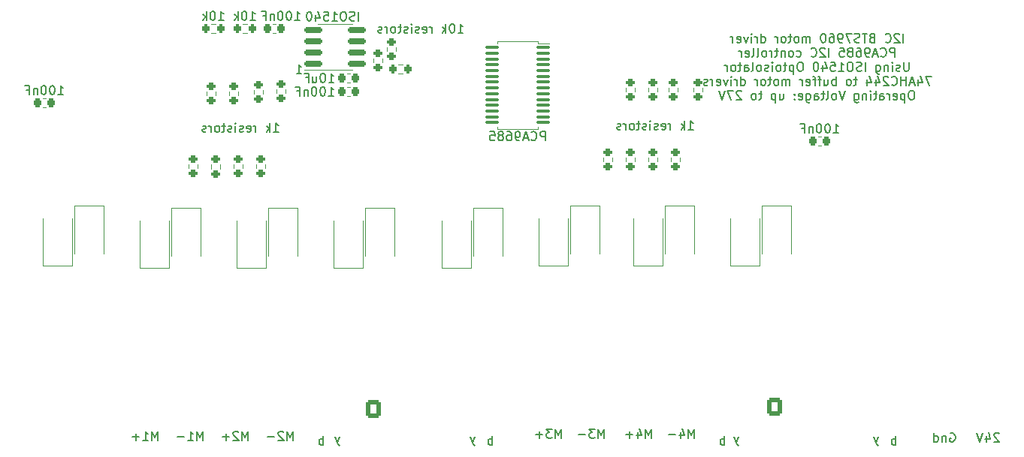
<source format=gbo>
G04 #@! TF.GenerationSoftware,KiCad,Pcbnew,(6.0.0)*
G04 #@! TF.CreationDate,2022-12-27T21:59:09-05:00*
G04 #@! TF.ProjectId,i2c BTS7960,69326320-4254-4533-9739-36302e6b6963,rev?*
G04 #@! TF.SameCoordinates,Original*
G04 #@! TF.FileFunction,Legend,Bot*
G04 #@! TF.FilePolarity,Positive*
%FSLAX46Y46*%
G04 Gerber Fmt 4.6, Leading zero omitted, Abs format (unit mm)*
G04 Created by KiCad (PCBNEW (6.0.0)) date 2022-12-27 21:59:09*
%MOMM*%
%LPD*%
G01*
G04 APERTURE LIST*
G04 Aperture macros list*
%AMRoundRect*
0 Rectangle with rounded corners*
0 $1 Rounding radius*
0 $2 $3 $4 $5 $6 $7 $8 $9 X,Y pos of 4 corners*
0 Add a 4 corners polygon primitive as box body*
4,1,4,$2,$3,$4,$5,$6,$7,$8,$9,$2,$3,0*
0 Add four circle primitives for the rounded corners*
1,1,$1+$1,$2,$3*
1,1,$1+$1,$4,$5*
1,1,$1+$1,$6,$7*
1,1,$1+$1,$8,$9*
0 Add four rect primitives between the rounded corners*
20,1,$1+$1,$2,$3,$4,$5,0*
20,1,$1+$1,$4,$5,$6,$7,0*
20,1,$1+$1,$6,$7,$8,$9,0*
20,1,$1+$1,$8,$9,$2,$3,0*%
G04 Aperture macros list end*
%ADD10C,0.150000*%
%ADD11C,0.120000*%
%ADD12R,2.600000X2.600000*%
%ADD13C,2.600000*%
%ADD14R,1.524000X1.524000*%
%ADD15C,1.524000*%
%ADD16C,3.200000*%
%ADD17R,2.000000X2.000000*%
%ADD18C,2.000000*%
%ADD19RoundRect,0.250000X-0.600000X-0.725000X0.600000X-0.725000X0.600000X0.725000X-0.600000X0.725000X0*%
%ADD20O,1.700000X1.950000*%
%ADD21R,1.700000X1.700000*%
%ADD22O,1.700000X1.700000*%
%ADD23RoundRect,0.200000X-0.275000X0.200000X-0.275000X-0.200000X0.275000X-0.200000X0.275000X0.200000X0*%
%ADD24R,1.800000X2.500000*%
%ADD25RoundRect,0.150000X-0.825000X-0.150000X0.825000X-0.150000X0.825000X0.150000X-0.825000X0.150000X0*%
%ADD26RoundRect,0.200000X-0.200000X-0.275000X0.200000X-0.275000X0.200000X0.275000X-0.200000X0.275000X0*%
%ADD27RoundRect,0.225000X0.225000X0.250000X-0.225000X0.250000X-0.225000X-0.250000X0.225000X-0.250000X0*%
%ADD28RoundRect,0.100000X0.637500X0.100000X-0.637500X0.100000X-0.637500X-0.100000X0.637500X-0.100000X0*%
%ADD29RoundRect,0.225000X-0.225000X-0.250000X0.225000X-0.250000X0.225000X0.250000X-0.225000X0.250000X0*%
%ADD30RoundRect,0.200000X0.275000X-0.200000X0.275000X0.200000X-0.275000X0.200000X-0.275000X-0.200000X0*%
%ADD31RoundRect,0.200000X0.200000X0.275000X-0.200000X0.275000X-0.200000X-0.275000X0.200000X-0.275000X0*%
G04 APERTURE END LIST*
D10*
X151534285Y-84526380D02*
X152105714Y-84526380D01*
X151820000Y-84526380D02*
X151820000Y-83526380D01*
X151915238Y-83669238D01*
X152010476Y-83764476D01*
X152105714Y-83812095D01*
X150915238Y-83526380D02*
X150820000Y-83526380D01*
X150724761Y-83574000D01*
X150677142Y-83621619D01*
X150629523Y-83716857D01*
X150581904Y-83907333D01*
X150581904Y-84145428D01*
X150629523Y-84335904D01*
X150677142Y-84431142D01*
X150724761Y-84478761D01*
X150820000Y-84526380D01*
X150915238Y-84526380D01*
X151010476Y-84478761D01*
X151058095Y-84431142D01*
X151105714Y-84335904D01*
X151153333Y-84145428D01*
X151153333Y-83907333D01*
X151105714Y-83716857D01*
X151058095Y-83621619D01*
X151010476Y-83574000D01*
X150915238Y-83526380D01*
X150153333Y-84526380D02*
X150153333Y-83526380D01*
X150058095Y-84145428D02*
X149772380Y-84526380D01*
X149772380Y-83859714D02*
X150153333Y-84240666D01*
X148581904Y-84526380D02*
X148581904Y-83859714D01*
X148581904Y-84050190D02*
X148534285Y-83954952D01*
X148486666Y-83907333D01*
X148391428Y-83859714D01*
X148296190Y-83859714D01*
X147581904Y-84478761D02*
X147677142Y-84526380D01*
X147867619Y-84526380D01*
X147962857Y-84478761D01*
X148010476Y-84383523D01*
X148010476Y-84002571D01*
X147962857Y-83907333D01*
X147867619Y-83859714D01*
X147677142Y-83859714D01*
X147581904Y-83907333D01*
X147534285Y-84002571D01*
X147534285Y-84097809D01*
X148010476Y-84193047D01*
X147153333Y-84478761D02*
X147058095Y-84526380D01*
X146867619Y-84526380D01*
X146772380Y-84478761D01*
X146724761Y-84383523D01*
X146724761Y-84335904D01*
X146772380Y-84240666D01*
X146867619Y-84193047D01*
X147010476Y-84193047D01*
X147105714Y-84145428D01*
X147153333Y-84050190D01*
X147153333Y-84002571D01*
X147105714Y-83907333D01*
X147010476Y-83859714D01*
X146867619Y-83859714D01*
X146772380Y-83907333D01*
X146296190Y-84526380D02*
X146296190Y-83859714D01*
X146296190Y-83526380D02*
X146343809Y-83574000D01*
X146296190Y-83621619D01*
X146248571Y-83574000D01*
X146296190Y-83526380D01*
X146296190Y-83621619D01*
X145867619Y-84478761D02*
X145772380Y-84526380D01*
X145581904Y-84526380D01*
X145486666Y-84478761D01*
X145439047Y-84383523D01*
X145439047Y-84335904D01*
X145486666Y-84240666D01*
X145581904Y-84193047D01*
X145724761Y-84193047D01*
X145820000Y-84145428D01*
X145867619Y-84050190D01*
X145867619Y-84002571D01*
X145820000Y-83907333D01*
X145724761Y-83859714D01*
X145581904Y-83859714D01*
X145486666Y-83907333D01*
X145153333Y-83859714D02*
X144772380Y-83859714D01*
X145010476Y-83526380D02*
X145010476Y-84383523D01*
X144962857Y-84478761D01*
X144867619Y-84526380D01*
X144772380Y-84526380D01*
X144296190Y-84526380D02*
X144391428Y-84478761D01*
X144439047Y-84431142D01*
X144486666Y-84335904D01*
X144486666Y-84050190D01*
X144439047Y-83954952D01*
X144391428Y-83907333D01*
X144296190Y-83859714D01*
X144153333Y-83859714D01*
X144058095Y-83907333D01*
X144010476Y-83954952D01*
X143962857Y-84050190D01*
X143962857Y-84335904D01*
X144010476Y-84431142D01*
X144058095Y-84478761D01*
X144153333Y-84526380D01*
X144296190Y-84526380D01*
X143534285Y-84526380D02*
X143534285Y-83859714D01*
X143534285Y-84050190D02*
X143486666Y-83954952D01*
X143439047Y-83907333D01*
X143343809Y-83859714D01*
X143248571Y-83859714D01*
X142962857Y-84478761D02*
X142867619Y-84526380D01*
X142677142Y-84526380D01*
X142581904Y-84478761D01*
X142534285Y-84383523D01*
X142534285Y-84335904D01*
X142581904Y-84240666D01*
X142677142Y-84193047D01*
X142820000Y-84193047D01*
X142915238Y-84145428D01*
X142962857Y-84050190D01*
X142962857Y-84002571D01*
X142915238Y-83907333D01*
X142820000Y-83859714D01*
X142677142Y-83859714D01*
X142581904Y-83907333D01*
X177474095Y-95448380D02*
X178045523Y-95448380D01*
X177759809Y-95448380D02*
X177759809Y-94448380D01*
X177855047Y-94591238D01*
X177950285Y-94686476D01*
X178045523Y-94734095D01*
X177045523Y-95448380D02*
X177045523Y-94448380D01*
X176950285Y-95067428D02*
X176664571Y-95448380D01*
X176664571Y-94781714D02*
X177045523Y-95162666D01*
X175474095Y-95448380D02*
X175474095Y-94781714D01*
X175474095Y-94972190D02*
X175426476Y-94876952D01*
X175378857Y-94829333D01*
X175283619Y-94781714D01*
X175188380Y-94781714D01*
X174474095Y-95400761D02*
X174569333Y-95448380D01*
X174759809Y-95448380D01*
X174855047Y-95400761D01*
X174902666Y-95305523D01*
X174902666Y-94924571D01*
X174855047Y-94829333D01*
X174759809Y-94781714D01*
X174569333Y-94781714D01*
X174474095Y-94829333D01*
X174426476Y-94924571D01*
X174426476Y-95019809D01*
X174902666Y-95115047D01*
X174045523Y-95400761D02*
X173950285Y-95448380D01*
X173759809Y-95448380D01*
X173664571Y-95400761D01*
X173616952Y-95305523D01*
X173616952Y-95257904D01*
X173664571Y-95162666D01*
X173759809Y-95115047D01*
X173902666Y-95115047D01*
X173997904Y-95067428D01*
X174045523Y-94972190D01*
X174045523Y-94924571D01*
X173997904Y-94829333D01*
X173902666Y-94781714D01*
X173759809Y-94781714D01*
X173664571Y-94829333D01*
X173188380Y-95448380D02*
X173188380Y-94781714D01*
X173188380Y-94448380D02*
X173236000Y-94496000D01*
X173188380Y-94543619D01*
X173140761Y-94496000D01*
X173188380Y-94448380D01*
X173188380Y-94543619D01*
X172759809Y-95400761D02*
X172664571Y-95448380D01*
X172474095Y-95448380D01*
X172378857Y-95400761D01*
X172331238Y-95305523D01*
X172331238Y-95257904D01*
X172378857Y-95162666D01*
X172474095Y-95115047D01*
X172616952Y-95115047D01*
X172712190Y-95067428D01*
X172759809Y-94972190D01*
X172759809Y-94924571D01*
X172712190Y-94829333D01*
X172616952Y-94781714D01*
X172474095Y-94781714D01*
X172378857Y-94829333D01*
X172045523Y-94781714D02*
X171664571Y-94781714D01*
X171902666Y-94448380D02*
X171902666Y-95305523D01*
X171855047Y-95400761D01*
X171759809Y-95448380D01*
X171664571Y-95448380D01*
X171188380Y-95448380D02*
X171283619Y-95400761D01*
X171331238Y-95353142D01*
X171378857Y-95257904D01*
X171378857Y-94972190D01*
X171331238Y-94876952D01*
X171283619Y-94829333D01*
X171188380Y-94781714D01*
X171045523Y-94781714D01*
X170950285Y-94829333D01*
X170902666Y-94876952D01*
X170855047Y-94972190D01*
X170855047Y-95257904D01*
X170902666Y-95353142D01*
X170950285Y-95400761D01*
X171045523Y-95448380D01*
X171188380Y-95448380D01*
X170426476Y-95448380D02*
X170426476Y-94781714D01*
X170426476Y-94972190D02*
X170378857Y-94876952D01*
X170331238Y-94829333D01*
X170236000Y-94781714D01*
X170140761Y-94781714D01*
X169855047Y-95400761D02*
X169759809Y-95448380D01*
X169569333Y-95448380D01*
X169474095Y-95400761D01*
X169426476Y-95305523D01*
X169426476Y-95257904D01*
X169474095Y-95162666D01*
X169569333Y-95115047D01*
X169712190Y-95115047D01*
X169807428Y-95067428D01*
X169855047Y-94972190D01*
X169855047Y-94924571D01*
X169807428Y-94829333D01*
X169712190Y-94781714D01*
X169569333Y-94781714D01*
X169474095Y-94829333D01*
X200874285Y-131008380D02*
X200874285Y-130008380D01*
X200874285Y-130389333D02*
X200779047Y-130341714D01*
X200588571Y-130341714D01*
X200493333Y-130389333D01*
X200445714Y-130436952D01*
X200398095Y-130532190D01*
X200398095Y-130817904D01*
X200445714Y-130913142D01*
X200493333Y-130960761D01*
X200588571Y-131008380D01*
X200779047Y-131008380D01*
X200874285Y-130960761D01*
X153400095Y-130087714D02*
X153162000Y-130754380D01*
X152923904Y-130087714D02*
X153162000Y-130754380D01*
X153257238Y-130992476D01*
X153304857Y-131040095D01*
X153400095Y-131087714D01*
X133318285Y-89098380D02*
X133889714Y-89098380D01*
X133604000Y-89098380D02*
X133604000Y-88098380D01*
X133699238Y-88241238D01*
X133794476Y-88336476D01*
X133889714Y-88384095D01*
X173323571Y-130246380D02*
X173323571Y-129246380D01*
X172990238Y-129960666D01*
X172656904Y-129246380D01*
X172656904Y-130246380D01*
X171752142Y-129579714D02*
X171752142Y-130246380D01*
X171990238Y-129198761D02*
X172228333Y-129913047D01*
X171609285Y-129913047D01*
X171228333Y-129865428D02*
X170466428Y-129865428D01*
X170847380Y-130246380D02*
X170847380Y-129484476D01*
X183118095Y-130087714D02*
X182880000Y-130754380D01*
X182641904Y-130087714D02*
X182880000Y-130754380D01*
X182975238Y-130992476D01*
X183022857Y-131040095D01*
X183118095Y-131087714D01*
X132937571Y-130500380D02*
X132937571Y-129500380D01*
X132604238Y-130214666D01*
X132270904Y-129500380D01*
X132270904Y-130500380D01*
X131842333Y-129595619D02*
X131794714Y-129548000D01*
X131699476Y-129500380D01*
X131461380Y-129500380D01*
X131366142Y-129548000D01*
X131318523Y-129595619D01*
X131270904Y-129690857D01*
X131270904Y-129786095D01*
X131318523Y-129928952D01*
X131889952Y-130500380D01*
X131270904Y-130500380D01*
X130842333Y-130119428D02*
X130080428Y-130119428D01*
X127857571Y-130500380D02*
X127857571Y-129500380D01*
X127524238Y-130214666D01*
X127190904Y-129500380D01*
X127190904Y-130500380D01*
X126762333Y-129595619D02*
X126714714Y-129548000D01*
X126619476Y-129500380D01*
X126381380Y-129500380D01*
X126286142Y-129548000D01*
X126238523Y-129595619D01*
X126190904Y-129690857D01*
X126190904Y-129786095D01*
X126238523Y-129928952D01*
X126809952Y-130500380D01*
X126190904Y-130500380D01*
X125762333Y-130119428D02*
X125000428Y-130119428D01*
X125381380Y-130500380D02*
X125381380Y-129738476D01*
X178149571Y-130246380D02*
X178149571Y-129246380D01*
X177816238Y-129960666D01*
X177482904Y-129246380D01*
X177482904Y-130246380D01*
X176578142Y-129579714D02*
X176578142Y-130246380D01*
X176816238Y-129198761D02*
X177054333Y-129913047D01*
X176435285Y-129913047D01*
X176054333Y-129865428D02*
X175292428Y-129865428D01*
X167989571Y-130246380D02*
X167989571Y-129246380D01*
X167656238Y-129960666D01*
X167322904Y-129246380D01*
X167322904Y-130246380D01*
X166941952Y-129246380D02*
X166322904Y-129246380D01*
X166656238Y-129627333D01*
X166513380Y-129627333D01*
X166418142Y-129674952D01*
X166370523Y-129722571D01*
X166322904Y-129817809D01*
X166322904Y-130055904D01*
X166370523Y-130151142D01*
X166418142Y-130198761D01*
X166513380Y-130246380D01*
X166799095Y-130246380D01*
X166894333Y-130198761D01*
X166941952Y-130151142D01*
X165894333Y-129865428D02*
X165132428Y-129865428D01*
X198866095Y-130087714D02*
X198628000Y-130754380D01*
X198389904Y-130087714D02*
X198628000Y-130754380D01*
X198723238Y-130992476D01*
X198770857Y-131040095D01*
X198866095Y-131087714D01*
X163163571Y-130246380D02*
X163163571Y-129246380D01*
X162830238Y-129960666D01*
X162496904Y-129246380D01*
X162496904Y-130246380D01*
X162115952Y-129246380D02*
X161496904Y-129246380D01*
X161830238Y-129627333D01*
X161687380Y-129627333D01*
X161592142Y-129674952D01*
X161544523Y-129722571D01*
X161496904Y-129817809D01*
X161496904Y-130055904D01*
X161544523Y-130151142D01*
X161592142Y-130198761D01*
X161687380Y-130246380D01*
X161973095Y-130246380D01*
X162068333Y-130198761D01*
X162115952Y-130151142D01*
X161068333Y-129865428D02*
X160306428Y-129865428D01*
X160687380Y-130246380D02*
X160687380Y-129484476D01*
X155408285Y-131008380D02*
X155408285Y-130008380D01*
X155408285Y-130389333D02*
X155313047Y-130341714D01*
X155122571Y-130341714D01*
X155027333Y-130389333D01*
X154979714Y-130436952D01*
X154932095Y-130532190D01*
X154932095Y-130817904D01*
X154979714Y-130913142D01*
X155027333Y-130960761D01*
X155122571Y-131008380D01*
X155313047Y-131008380D01*
X155408285Y-130960761D01*
X122777571Y-130500380D02*
X122777571Y-129500380D01*
X122444238Y-130214666D01*
X122110904Y-129500380D01*
X122110904Y-130500380D01*
X121110904Y-130500380D02*
X121682333Y-130500380D01*
X121396619Y-130500380D02*
X121396619Y-129500380D01*
X121491857Y-129643238D01*
X121587095Y-129738476D01*
X121682333Y-129786095D01*
X120682333Y-130119428D02*
X119920428Y-130119428D01*
X138160095Y-130087714D02*
X137922000Y-130754380D01*
X137683904Y-130087714D02*
X137922000Y-130754380D01*
X138017238Y-130992476D01*
X138064857Y-131040095D01*
X138160095Y-131087714D01*
X136358285Y-131008380D02*
X136358285Y-130008380D01*
X136358285Y-130389333D02*
X136263047Y-130341714D01*
X136072571Y-130341714D01*
X135977333Y-130389333D01*
X135929714Y-130436952D01*
X135882095Y-130532190D01*
X135882095Y-130817904D01*
X135929714Y-130913142D01*
X135977333Y-130960761D01*
X136072571Y-131008380D01*
X136263047Y-131008380D01*
X136358285Y-130960761D01*
X206994857Y-129715000D02*
X207090095Y-129667380D01*
X207232952Y-129667380D01*
X207375809Y-129715000D01*
X207471047Y-129810238D01*
X207518666Y-129905476D01*
X207566285Y-130095952D01*
X207566285Y-130238809D01*
X207518666Y-130429285D01*
X207471047Y-130524523D01*
X207375809Y-130619761D01*
X207232952Y-130667380D01*
X207137714Y-130667380D01*
X206994857Y-130619761D01*
X206947238Y-130572142D01*
X206947238Y-130238809D01*
X207137714Y-130238809D01*
X206518666Y-130000714D02*
X206518666Y-130667380D01*
X206518666Y-130095952D02*
X206471047Y-130048333D01*
X206375809Y-130000714D01*
X206232952Y-130000714D01*
X206137714Y-130048333D01*
X206090095Y-130143571D01*
X206090095Y-130667380D01*
X205185333Y-130667380D02*
X205185333Y-129667380D01*
X205185333Y-130619761D02*
X205280571Y-130667380D01*
X205471047Y-130667380D01*
X205566285Y-130619761D01*
X205613904Y-130572142D01*
X205661523Y-130476904D01*
X205661523Y-130191190D01*
X205613904Y-130095952D01*
X205566285Y-130048333D01*
X205471047Y-130000714D01*
X205280571Y-130000714D01*
X205185333Y-130048333D01*
X201690666Y-85624380D02*
X201690666Y-84624380D01*
X201262095Y-84719619D02*
X201214476Y-84672000D01*
X201119238Y-84624380D01*
X200881142Y-84624380D01*
X200785904Y-84672000D01*
X200738285Y-84719619D01*
X200690666Y-84814857D01*
X200690666Y-84910095D01*
X200738285Y-85052952D01*
X201309714Y-85624380D01*
X200690666Y-85624380D01*
X199690666Y-85529142D02*
X199738285Y-85576761D01*
X199881142Y-85624380D01*
X199976380Y-85624380D01*
X200119238Y-85576761D01*
X200214476Y-85481523D01*
X200262095Y-85386285D01*
X200309714Y-85195809D01*
X200309714Y-85052952D01*
X200262095Y-84862476D01*
X200214476Y-84767238D01*
X200119238Y-84672000D01*
X199976380Y-84624380D01*
X199881142Y-84624380D01*
X199738285Y-84672000D01*
X199690666Y-84719619D01*
X198166857Y-85100571D02*
X198024000Y-85148190D01*
X197976380Y-85195809D01*
X197928761Y-85291047D01*
X197928761Y-85433904D01*
X197976380Y-85529142D01*
X198024000Y-85576761D01*
X198119238Y-85624380D01*
X198500190Y-85624380D01*
X198500190Y-84624380D01*
X198166857Y-84624380D01*
X198071619Y-84672000D01*
X198024000Y-84719619D01*
X197976380Y-84814857D01*
X197976380Y-84910095D01*
X198024000Y-85005333D01*
X198071619Y-85052952D01*
X198166857Y-85100571D01*
X198500190Y-85100571D01*
X197643047Y-84624380D02*
X197071619Y-84624380D01*
X197357333Y-85624380D02*
X197357333Y-84624380D01*
X196785904Y-85576761D02*
X196643047Y-85624380D01*
X196404952Y-85624380D01*
X196309714Y-85576761D01*
X196262095Y-85529142D01*
X196214476Y-85433904D01*
X196214476Y-85338666D01*
X196262095Y-85243428D01*
X196309714Y-85195809D01*
X196404952Y-85148190D01*
X196595428Y-85100571D01*
X196690666Y-85052952D01*
X196738285Y-85005333D01*
X196785904Y-84910095D01*
X196785904Y-84814857D01*
X196738285Y-84719619D01*
X196690666Y-84672000D01*
X196595428Y-84624380D01*
X196357333Y-84624380D01*
X196214476Y-84672000D01*
X195881142Y-84624380D02*
X195214476Y-84624380D01*
X195643047Y-85624380D01*
X194785904Y-85624380D02*
X194595428Y-85624380D01*
X194500190Y-85576761D01*
X194452571Y-85529142D01*
X194357333Y-85386285D01*
X194309714Y-85195809D01*
X194309714Y-84814857D01*
X194357333Y-84719619D01*
X194404952Y-84672000D01*
X194500190Y-84624380D01*
X194690666Y-84624380D01*
X194785904Y-84672000D01*
X194833523Y-84719619D01*
X194881142Y-84814857D01*
X194881142Y-85052952D01*
X194833523Y-85148190D01*
X194785904Y-85195809D01*
X194690666Y-85243428D01*
X194500190Y-85243428D01*
X194404952Y-85195809D01*
X194357333Y-85148190D01*
X194309714Y-85052952D01*
X193452571Y-84624380D02*
X193643047Y-84624380D01*
X193738285Y-84672000D01*
X193785904Y-84719619D01*
X193881142Y-84862476D01*
X193928761Y-85052952D01*
X193928761Y-85433904D01*
X193881142Y-85529142D01*
X193833523Y-85576761D01*
X193738285Y-85624380D01*
X193547809Y-85624380D01*
X193452571Y-85576761D01*
X193404952Y-85529142D01*
X193357333Y-85433904D01*
X193357333Y-85195809D01*
X193404952Y-85100571D01*
X193452571Y-85052952D01*
X193547809Y-85005333D01*
X193738285Y-85005333D01*
X193833523Y-85052952D01*
X193881142Y-85100571D01*
X193928761Y-85195809D01*
X192738285Y-84624380D02*
X192643047Y-84624380D01*
X192547809Y-84672000D01*
X192500190Y-84719619D01*
X192452571Y-84814857D01*
X192404952Y-85005333D01*
X192404952Y-85243428D01*
X192452571Y-85433904D01*
X192500190Y-85529142D01*
X192547809Y-85576761D01*
X192643047Y-85624380D01*
X192738285Y-85624380D01*
X192833523Y-85576761D01*
X192881142Y-85529142D01*
X192928761Y-85433904D01*
X192976380Y-85243428D01*
X192976380Y-85005333D01*
X192928761Y-84814857D01*
X192881142Y-84719619D01*
X192833523Y-84672000D01*
X192738285Y-84624380D01*
X191214476Y-85624380D02*
X191214476Y-84957714D01*
X191214476Y-85052952D02*
X191166857Y-85005333D01*
X191071619Y-84957714D01*
X190928761Y-84957714D01*
X190833523Y-85005333D01*
X190785904Y-85100571D01*
X190785904Y-85624380D01*
X190785904Y-85100571D02*
X190738285Y-85005333D01*
X190643047Y-84957714D01*
X190500190Y-84957714D01*
X190404952Y-85005333D01*
X190357333Y-85100571D01*
X190357333Y-85624380D01*
X189738285Y-85624380D02*
X189833523Y-85576761D01*
X189881142Y-85529142D01*
X189928761Y-85433904D01*
X189928761Y-85148190D01*
X189881142Y-85052952D01*
X189833523Y-85005333D01*
X189738285Y-84957714D01*
X189595428Y-84957714D01*
X189500190Y-85005333D01*
X189452571Y-85052952D01*
X189404952Y-85148190D01*
X189404952Y-85433904D01*
X189452571Y-85529142D01*
X189500190Y-85576761D01*
X189595428Y-85624380D01*
X189738285Y-85624380D01*
X189119238Y-84957714D02*
X188738285Y-84957714D01*
X188976380Y-84624380D02*
X188976380Y-85481523D01*
X188928761Y-85576761D01*
X188833523Y-85624380D01*
X188738285Y-85624380D01*
X188262095Y-85624380D02*
X188357333Y-85576761D01*
X188404952Y-85529142D01*
X188452571Y-85433904D01*
X188452571Y-85148190D01*
X188404952Y-85052952D01*
X188357333Y-85005333D01*
X188262095Y-84957714D01*
X188119238Y-84957714D01*
X188024000Y-85005333D01*
X187976380Y-85052952D01*
X187928761Y-85148190D01*
X187928761Y-85433904D01*
X187976380Y-85529142D01*
X188024000Y-85576761D01*
X188119238Y-85624380D01*
X188262095Y-85624380D01*
X187500190Y-85624380D02*
X187500190Y-84957714D01*
X187500190Y-85148190D02*
X187452571Y-85052952D01*
X187404952Y-85005333D01*
X187309714Y-84957714D01*
X187214476Y-84957714D01*
X185690666Y-85624380D02*
X185690666Y-84624380D01*
X185690666Y-85576761D02*
X185785904Y-85624380D01*
X185976380Y-85624380D01*
X186071619Y-85576761D01*
X186119238Y-85529142D01*
X186166857Y-85433904D01*
X186166857Y-85148190D01*
X186119238Y-85052952D01*
X186071619Y-85005333D01*
X185976380Y-84957714D01*
X185785904Y-84957714D01*
X185690666Y-85005333D01*
X185214476Y-85624380D02*
X185214476Y-84957714D01*
X185214476Y-85148190D02*
X185166857Y-85052952D01*
X185119238Y-85005333D01*
X185024000Y-84957714D01*
X184928761Y-84957714D01*
X184595428Y-85624380D02*
X184595428Y-84957714D01*
X184595428Y-84624380D02*
X184643047Y-84672000D01*
X184595428Y-84719619D01*
X184547809Y-84672000D01*
X184595428Y-84624380D01*
X184595428Y-84719619D01*
X184214476Y-84957714D02*
X183976380Y-85624380D01*
X183738285Y-84957714D01*
X182976380Y-85576761D02*
X183071619Y-85624380D01*
X183262095Y-85624380D01*
X183357333Y-85576761D01*
X183404952Y-85481523D01*
X183404952Y-85100571D01*
X183357333Y-85005333D01*
X183262095Y-84957714D01*
X183071619Y-84957714D01*
X182976380Y-85005333D01*
X182928761Y-85100571D01*
X182928761Y-85195809D01*
X183404952Y-85291047D01*
X182500190Y-85624380D02*
X182500190Y-84957714D01*
X182500190Y-85148190D02*
X182452571Y-85052952D01*
X182404952Y-85005333D01*
X182309714Y-84957714D01*
X182214476Y-84957714D01*
X200738285Y-87234380D02*
X200738285Y-86234380D01*
X200357333Y-86234380D01*
X200262095Y-86282000D01*
X200214476Y-86329619D01*
X200166857Y-86424857D01*
X200166857Y-86567714D01*
X200214476Y-86662952D01*
X200262095Y-86710571D01*
X200357333Y-86758190D01*
X200738285Y-86758190D01*
X199166857Y-87139142D02*
X199214476Y-87186761D01*
X199357333Y-87234380D01*
X199452571Y-87234380D01*
X199595428Y-87186761D01*
X199690666Y-87091523D01*
X199738285Y-86996285D01*
X199785904Y-86805809D01*
X199785904Y-86662952D01*
X199738285Y-86472476D01*
X199690666Y-86377238D01*
X199595428Y-86282000D01*
X199452571Y-86234380D01*
X199357333Y-86234380D01*
X199214476Y-86282000D01*
X199166857Y-86329619D01*
X198785904Y-86948666D02*
X198309714Y-86948666D01*
X198881142Y-87234380D02*
X198547809Y-86234380D01*
X198214476Y-87234380D01*
X197833523Y-87234380D02*
X197643047Y-87234380D01*
X197547809Y-87186761D01*
X197500190Y-87139142D01*
X197404952Y-86996285D01*
X197357333Y-86805809D01*
X197357333Y-86424857D01*
X197404952Y-86329619D01*
X197452571Y-86282000D01*
X197547809Y-86234380D01*
X197738285Y-86234380D01*
X197833523Y-86282000D01*
X197881142Y-86329619D01*
X197928761Y-86424857D01*
X197928761Y-86662952D01*
X197881142Y-86758190D01*
X197833523Y-86805809D01*
X197738285Y-86853428D01*
X197547809Y-86853428D01*
X197452571Y-86805809D01*
X197404952Y-86758190D01*
X197357333Y-86662952D01*
X196500190Y-86234380D02*
X196690666Y-86234380D01*
X196785904Y-86282000D01*
X196833523Y-86329619D01*
X196928761Y-86472476D01*
X196976380Y-86662952D01*
X196976380Y-87043904D01*
X196928761Y-87139142D01*
X196881142Y-87186761D01*
X196785904Y-87234380D01*
X196595428Y-87234380D01*
X196500190Y-87186761D01*
X196452571Y-87139142D01*
X196404952Y-87043904D01*
X196404952Y-86805809D01*
X196452571Y-86710571D01*
X196500190Y-86662952D01*
X196595428Y-86615333D01*
X196785904Y-86615333D01*
X196881142Y-86662952D01*
X196928761Y-86710571D01*
X196976380Y-86805809D01*
X195833523Y-86662952D02*
X195928761Y-86615333D01*
X195976380Y-86567714D01*
X196024000Y-86472476D01*
X196024000Y-86424857D01*
X195976380Y-86329619D01*
X195928761Y-86282000D01*
X195833523Y-86234380D01*
X195643047Y-86234380D01*
X195547809Y-86282000D01*
X195500190Y-86329619D01*
X195452571Y-86424857D01*
X195452571Y-86472476D01*
X195500190Y-86567714D01*
X195547809Y-86615333D01*
X195643047Y-86662952D01*
X195833523Y-86662952D01*
X195928761Y-86710571D01*
X195976380Y-86758190D01*
X196024000Y-86853428D01*
X196024000Y-87043904D01*
X195976380Y-87139142D01*
X195928761Y-87186761D01*
X195833523Y-87234380D01*
X195643047Y-87234380D01*
X195547809Y-87186761D01*
X195500190Y-87139142D01*
X195452571Y-87043904D01*
X195452571Y-86853428D01*
X195500190Y-86758190D01*
X195547809Y-86710571D01*
X195643047Y-86662952D01*
X194547809Y-86234380D02*
X195024000Y-86234380D01*
X195071619Y-86710571D01*
X195024000Y-86662952D01*
X194928761Y-86615333D01*
X194690666Y-86615333D01*
X194595428Y-86662952D01*
X194547809Y-86710571D01*
X194500190Y-86805809D01*
X194500190Y-87043904D01*
X194547809Y-87139142D01*
X194595428Y-87186761D01*
X194690666Y-87234380D01*
X194928761Y-87234380D01*
X195024000Y-87186761D01*
X195071619Y-87139142D01*
X193309714Y-87234380D02*
X193309714Y-86234380D01*
X192881142Y-86329619D02*
X192833523Y-86282000D01*
X192738285Y-86234380D01*
X192500190Y-86234380D01*
X192404952Y-86282000D01*
X192357333Y-86329619D01*
X192309714Y-86424857D01*
X192309714Y-86520095D01*
X192357333Y-86662952D01*
X192928761Y-87234380D01*
X192309714Y-87234380D01*
X191309714Y-87139142D02*
X191357333Y-87186761D01*
X191500190Y-87234380D01*
X191595428Y-87234380D01*
X191738285Y-87186761D01*
X191833523Y-87091523D01*
X191881142Y-86996285D01*
X191928761Y-86805809D01*
X191928761Y-86662952D01*
X191881142Y-86472476D01*
X191833523Y-86377238D01*
X191738285Y-86282000D01*
X191595428Y-86234380D01*
X191500190Y-86234380D01*
X191357333Y-86282000D01*
X191309714Y-86329619D01*
X189690666Y-87186761D02*
X189785904Y-87234380D01*
X189976380Y-87234380D01*
X190071619Y-87186761D01*
X190119238Y-87139142D01*
X190166857Y-87043904D01*
X190166857Y-86758190D01*
X190119238Y-86662952D01*
X190071619Y-86615333D01*
X189976380Y-86567714D01*
X189785904Y-86567714D01*
X189690666Y-86615333D01*
X189119238Y-87234380D02*
X189214476Y-87186761D01*
X189262095Y-87139142D01*
X189309714Y-87043904D01*
X189309714Y-86758190D01*
X189262095Y-86662952D01*
X189214476Y-86615333D01*
X189119238Y-86567714D01*
X188976380Y-86567714D01*
X188881142Y-86615333D01*
X188833523Y-86662952D01*
X188785904Y-86758190D01*
X188785904Y-87043904D01*
X188833523Y-87139142D01*
X188881142Y-87186761D01*
X188976380Y-87234380D01*
X189119238Y-87234380D01*
X188357333Y-86567714D02*
X188357333Y-87234380D01*
X188357333Y-86662952D02*
X188309714Y-86615333D01*
X188214476Y-86567714D01*
X188071619Y-86567714D01*
X187976380Y-86615333D01*
X187928761Y-86710571D01*
X187928761Y-87234380D01*
X187595428Y-86567714D02*
X187214476Y-86567714D01*
X187452571Y-86234380D02*
X187452571Y-87091523D01*
X187404952Y-87186761D01*
X187309714Y-87234380D01*
X187214476Y-87234380D01*
X186881142Y-87234380D02*
X186881142Y-86567714D01*
X186881142Y-86758190D02*
X186833523Y-86662952D01*
X186785904Y-86615333D01*
X186690666Y-86567714D01*
X186595428Y-86567714D01*
X186119238Y-87234380D02*
X186214476Y-87186761D01*
X186262095Y-87139142D01*
X186309714Y-87043904D01*
X186309714Y-86758190D01*
X186262095Y-86662952D01*
X186214476Y-86615333D01*
X186119238Y-86567714D01*
X185976380Y-86567714D01*
X185881142Y-86615333D01*
X185833523Y-86662952D01*
X185785904Y-86758190D01*
X185785904Y-87043904D01*
X185833523Y-87139142D01*
X185881142Y-87186761D01*
X185976380Y-87234380D01*
X186119238Y-87234380D01*
X185214476Y-87234380D02*
X185309714Y-87186761D01*
X185357333Y-87091523D01*
X185357333Y-86234380D01*
X184690666Y-87234380D02*
X184785904Y-87186761D01*
X184833523Y-87091523D01*
X184833523Y-86234380D01*
X183928761Y-87186761D02*
X184024000Y-87234380D01*
X184214476Y-87234380D01*
X184309714Y-87186761D01*
X184357333Y-87091523D01*
X184357333Y-86710571D01*
X184309714Y-86615333D01*
X184214476Y-86567714D01*
X184024000Y-86567714D01*
X183928761Y-86615333D01*
X183881142Y-86710571D01*
X183881142Y-86805809D01*
X184357333Y-86901047D01*
X183452571Y-87234380D02*
X183452571Y-86567714D01*
X183452571Y-86758190D02*
X183404952Y-86662952D01*
X183357333Y-86615333D01*
X183262095Y-86567714D01*
X183166857Y-86567714D01*
X202333523Y-87844380D02*
X202333523Y-88653904D01*
X202285904Y-88749142D01*
X202238285Y-88796761D01*
X202143047Y-88844380D01*
X201952571Y-88844380D01*
X201857333Y-88796761D01*
X201809714Y-88749142D01*
X201762095Y-88653904D01*
X201762095Y-87844380D01*
X201333523Y-88796761D02*
X201238285Y-88844380D01*
X201047809Y-88844380D01*
X200952571Y-88796761D01*
X200904952Y-88701523D01*
X200904952Y-88653904D01*
X200952571Y-88558666D01*
X201047809Y-88511047D01*
X201190666Y-88511047D01*
X201285904Y-88463428D01*
X201333523Y-88368190D01*
X201333523Y-88320571D01*
X201285904Y-88225333D01*
X201190666Y-88177714D01*
X201047809Y-88177714D01*
X200952571Y-88225333D01*
X200476380Y-88844380D02*
X200476380Y-88177714D01*
X200476380Y-87844380D02*
X200524000Y-87892000D01*
X200476380Y-87939619D01*
X200428761Y-87892000D01*
X200476380Y-87844380D01*
X200476380Y-87939619D01*
X200000190Y-88177714D02*
X200000190Y-88844380D01*
X200000190Y-88272952D02*
X199952571Y-88225333D01*
X199857333Y-88177714D01*
X199714476Y-88177714D01*
X199619238Y-88225333D01*
X199571619Y-88320571D01*
X199571619Y-88844380D01*
X198666857Y-88177714D02*
X198666857Y-88987238D01*
X198714476Y-89082476D01*
X198762095Y-89130095D01*
X198857333Y-89177714D01*
X199000190Y-89177714D01*
X199095428Y-89130095D01*
X198666857Y-88796761D02*
X198762095Y-88844380D01*
X198952571Y-88844380D01*
X199047809Y-88796761D01*
X199095428Y-88749142D01*
X199143047Y-88653904D01*
X199143047Y-88368190D01*
X199095428Y-88272952D01*
X199047809Y-88225333D01*
X198952571Y-88177714D01*
X198762095Y-88177714D01*
X198666857Y-88225333D01*
X197428761Y-88844380D02*
X197428761Y-87844380D01*
X197000190Y-88796761D02*
X196857333Y-88844380D01*
X196619238Y-88844380D01*
X196524000Y-88796761D01*
X196476380Y-88749142D01*
X196428761Y-88653904D01*
X196428761Y-88558666D01*
X196476380Y-88463428D01*
X196524000Y-88415809D01*
X196619238Y-88368190D01*
X196809714Y-88320571D01*
X196904952Y-88272952D01*
X196952571Y-88225333D01*
X197000190Y-88130095D01*
X197000190Y-88034857D01*
X196952571Y-87939619D01*
X196904952Y-87892000D01*
X196809714Y-87844380D01*
X196571619Y-87844380D01*
X196428761Y-87892000D01*
X195809714Y-87844380D02*
X195619238Y-87844380D01*
X195524000Y-87892000D01*
X195428761Y-87987238D01*
X195381142Y-88177714D01*
X195381142Y-88511047D01*
X195428761Y-88701523D01*
X195524000Y-88796761D01*
X195619238Y-88844380D01*
X195809714Y-88844380D01*
X195904952Y-88796761D01*
X196000190Y-88701523D01*
X196047809Y-88511047D01*
X196047809Y-88177714D01*
X196000190Y-87987238D01*
X195904952Y-87892000D01*
X195809714Y-87844380D01*
X194428761Y-88844380D02*
X195000190Y-88844380D01*
X194714476Y-88844380D02*
X194714476Y-87844380D01*
X194809714Y-87987238D01*
X194904952Y-88082476D01*
X195000190Y-88130095D01*
X193524000Y-87844380D02*
X194000190Y-87844380D01*
X194047809Y-88320571D01*
X194000190Y-88272952D01*
X193904952Y-88225333D01*
X193666857Y-88225333D01*
X193571619Y-88272952D01*
X193524000Y-88320571D01*
X193476380Y-88415809D01*
X193476380Y-88653904D01*
X193524000Y-88749142D01*
X193571619Y-88796761D01*
X193666857Y-88844380D01*
X193904952Y-88844380D01*
X194000190Y-88796761D01*
X194047809Y-88749142D01*
X192619238Y-88177714D02*
X192619238Y-88844380D01*
X192857333Y-87796761D02*
X193095428Y-88511047D01*
X192476380Y-88511047D01*
X191904952Y-87844380D02*
X191809714Y-87844380D01*
X191714476Y-87892000D01*
X191666857Y-87939619D01*
X191619238Y-88034857D01*
X191571619Y-88225333D01*
X191571619Y-88463428D01*
X191619238Y-88653904D01*
X191666857Y-88749142D01*
X191714476Y-88796761D01*
X191809714Y-88844380D01*
X191904952Y-88844380D01*
X192000190Y-88796761D01*
X192047809Y-88749142D01*
X192095428Y-88653904D01*
X192143047Y-88463428D01*
X192143047Y-88225333D01*
X192095428Y-88034857D01*
X192047809Y-87939619D01*
X192000190Y-87892000D01*
X191904952Y-87844380D01*
X190190666Y-87844380D02*
X190000190Y-87844380D01*
X189904952Y-87892000D01*
X189809714Y-87987238D01*
X189762095Y-88177714D01*
X189762095Y-88511047D01*
X189809714Y-88701523D01*
X189904952Y-88796761D01*
X190000190Y-88844380D01*
X190190666Y-88844380D01*
X190285904Y-88796761D01*
X190381142Y-88701523D01*
X190428761Y-88511047D01*
X190428761Y-88177714D01*
X190381142Y-87987238D01*
X190285904Y-87892000D01*
X190190666Y-87844380D01*
X189333523Y-88177714D02*
X189333523Y-89177714D01*
X189333523Y-88225333D02*
X189238285Y-88177714D01*
X189047809Y-88177714D01*
X188952571Y-88225333D01*
X188904952Y-88272952D01*
X188857333Y-88368190D01*
X188857333Y-88653904D01*
X188904952Y-88749142D01*
X188952571Y-88796761D01*
X189047809Y-88844380D01*
X189238285Y-88844380D01*
X189333523Y-88796761D01*
X188571619Y-88177714D02*
X188190666Y-88177714D01*
X188428761Y-87844380D02*
X188428761Y-88701523D01*
X188381142Y-88796761D01*
X188285904Y-88844380D01*
X188190666Y-88844380D01*
X187714476Y-88844380D02*
X187809714Y-88796761D01*
X187857333Y-88749142D01*
X187904952Y-88653904D01*
X187904952Y-88368190D01*
X187857333Y-88272952D01*
X187809714Y-88225333D01*
X187714476Y-88177714D01*
X187571619Y-88177714D01*
X187476380Y-88225333D01*
X187428761Y-88272952D01*
X187381142Y-88368190D01*
X187381142Y-88653904D01*
X187428761Y-88749142D01*
X187476380Y-88796761D01*
X187571619Y-88844380D01*
X187714476Y-88844380D01*
X186952571Y-88844380D02*
X186952571Y-88177714D01*
X186952571Y-87844380D02*
X187000190Y-87892000D01*
X186952571Y-87939619D01*
X186904952Y-87892000D01*
X186952571Y-87844380D01*
X186952571Y-87939619D01*
X186524000Y-88796761D02*
X186428761Y-88844380D01*
X186238285Y-88844380D01*
X186143047Y-88796761D01*
X186095428Y-88701523D01*
X186095428Y-88653904D01*
X186143047Y-88558666D01*
X186238285Y-88511047D01*
X186381142Y-88511047D01*
X186476380Y-88463428D01*
X186524000Y-88368190D01*
X186524000Y-88320571D01*
X186476380Y-88225333D01*
X186381142Y-88177714D01*
X186238285Y-88177714D01*
X186143047Y-88225333D01*
X185524000Y-88844380D02*
X185619238Y-88796761D01*
X185666857Y-88749142D01*
X185714476Y-88653904D01*
X185714476Y-88368190D01*
X185666857Y-88272952D01*
X185619238Y-88225333D01*
X185524000Y-88177714D01*
X185381142Y-88177714D01*
X185285904Y-88225333D01*
X185238285Y-88272952D01*
X185190666Y-88368190D01*
X185190666Y-88653904D01*
X185238285Y-88749142D01*
X185285904Y-88796761D01*
X185381142Y-88844380D01*
X185524000Y-88844380D01*
X184619238Y-88844380D02*
X184714476Y-88796761D01*
X184762095Y-88701523D01*
X184762095Y-87844380D01*
X183809714Y-88844380D02*
X183809714Y-88320571D01*
X183857333Y-88225333D01*
X183952571Y-88177714D01*
X184143047Y-88177714D01*
X184238285Y-88225333D01*
X183809714Y-88796761D02*
X183904952Y-88844380D01*
X184143047Y-88844380D01*
X184238285Y-88796761D01*
X184285904Y-88701523D01*
X184285904Y-88606285D01*
X184238285Y-88511047D01*
X184143047Y-88463428D01*
X183904952Y-88463428D01*
X183809714Y-88415809D01*
X183476380Y-88177714D02*
X183095428Y-88177714D01*
X183333523Y-87844380D02*
X183333523Y-88701523D01*
X183285904Y-88796761D01*
X183190666Y-88844380D01*
X183095428Y-88844380D01*
X182619238Y-88844380D02*
X182714476Y-88796761D01*
X182762095Y-88749142D01*
X182809714Y-88653904D01*
X182809714Y-88368190D01*
X182762095Y-88272952D01*
X182714476Y-88225333D01*
X182619238Y-88177714D01*
X182476380Y-88177714D01*
X182381142Y-88225333D01*
X182333523Y-88272952D01*
X182285904Y-88368190D01*
X182285904Y-88653904D01*
X182333523Y-88749142D01*
X182381142Y-88796761D01*
X182476380Y-88844380D01*
X182619238Y-88844380D01*
X181857333Y-88844380D02*
X181857333Y-88177714D01*
X181857333Y-88368190D02*
X181809714Y-88272952D01*
X181762095Y-88225333D01*
X181666857Y-88177714D01*
X181571619Y-88177714D01*
X204881142Y-89454380D02*
X204214476Y-89454380D01*
X204643047Y-90454380D01*
X203404952Y-89787714D02*
X203404952Y-90454380D01*
X203643047Y-89406761D02*
X203881142Y-90121047D01*
X203262095Y-90121047D01*
X202928761Y-90168666D02*
X202452571Y-90168666D01*
X203024000Y-90454380D02*
X202690666Y-89454380D01*
X202357333Y-90454380D01*
X202024000Y-90454380D02*
X202024000Y-89454380D01*
X202024000Y-89930571D02*
X201452571Y-89930571D01*
X201452571Y-90454380D02*
X201452571Y-89454380D01*
X200404952Y-90359142D02*
X200452571Y-90406761D01*
X200595428Y-90454380D01*
X200690666Y-90454380D01*
X200833523Y-90406761D01*
X200928761Y-90311523D01*
X200976380Y-90216285D01*
X201024000Y-90025809D01*
X201024000Y-89882952D01*
X200976380Y-89692476D01*
X200928761Y-89597238D01*
X200833523Y-89502000D01*
X200690666Y-89454380D01*
X200595428Y-89454380D01*
X200452571Y-89502000D01*
X200404952Y-89549619D01*
X200024000Y-89549619D02*
X199976380Y-89502000D01*
X199881142Y-89454380D01*
X199643047Y-89454380D01*
X199547809Y-89502000D01*
X199500190Y-89549619D01*
X199452571Y-89644857D01*
X199452571Y-89740095D01*
X199500190Y-89882952D01*
X200071619Y-90454380D01*
X199452571Y-90454380D01*
X198595428Y-89787714D02*
X198595428Y-90454380D01*
X198833523Y-89406761D02*
X199071619Y-90121047D01*
X198452571Y-90121047D01*
X197643047Y-89787714D02*
X197643047Y-90454380D01*
X197881142Y-89406761D02*
X198119238Y-90121047D01*
X197500190Y-90121047D01*
X196500190Y-89787714D02*
X196119238Y-89787714D01*
X196357333Y-89454380D02*
X196357333Y-90311523D01*
X196309714Y-90406761D01*
X196214476Y-90454380D01*
X196119238Y-90454380D01*
X195643047Y-90454380D02*
X195738285Y-90406761D01*
X195785904Y-90359142D01*
X195833523Y-90263904D01*
X195833523Y-89978190D01*
X195785904Y-89882952D01*
X195738285Y-89835333D01*
X195643047Y-89787714D01*
X195500190Y-89787714D01*
X195404952Y-89835333D01*
X195357333Y-89882952D01*
X195309714Y-89978190D01*
X195309714Y-90263904D01*
X195357333Y-90359142D01*
X195404952Y-90406761D01*
X195500190Y-90454380D01*
X195643047Y-90454380D01*
X194119238Y-90454380D02*
X194119238Y-89454380D01*
X194119238Y-89835333D02*
X194024000Y-89787714D01*
X193833523Y-89787714D01*
X193738285Y-89835333D01*
X193690666Y-89882952D01*
X193643047Y-89978190D01*
X193643047Y-90263904D01*
X193690666Y-90359142D01*
X193738285Y-90406761D01*
X193833523Y-90454380D01*
X194024000Y-90454380D01*
X194119238Y-90406761D01*
X192785904Y-89787714D02*
X192785904Y-90454380D01*
X193214476Y-89787714D02*
X193214476Y-90311523D01*
X193166857Y-90406761D01*
X193071619Y-90454380D01*
X192928761Y-90454380D01*
X192833523Y-90406761D01*
X192785904Y-90359142D01*
X192452571Y-89787714D02*
X192071619Y-89787714D01*
X192309714Y-90454380D02*
X192309714Y-89597238D01*
X192262095Y-89502000D01*
X192166857Y-89454380D01*
X192071619Y-89454380D01*
X191881142Y-89787714D02*
X191500190Y-89787714D01*
X191738285Y-90454380D02*
X191738285Y-89597238D01*
X191690666Y-89502000D01*
X191595428Y-89454380D01*
X191500190Y-89454380D01*
X190785904Y-90406761D02*
X190881142Y-90454380D01*
X191071619Y-90454380D01*
X191166857Y-90406761D01*
X191214476Y-90311523D01*
X191214476Y-89930571D01*
X191166857Y-89835333D01*
X191071619Y-89787714D01*
X190881142Y-89787714D01*
X190785904Y-89835333D01*
X190738285Y-89930571D01*
X190738285Y-90025809D01*
X191214476Y-90121047D01*
X190309714Y-90454380D02*
X190309714Y-89787714D01*
X190309714Y-89978190D02*
X190262095Y-89882952D01*
X190214476Y-89835333D01*
X190119238Y-89787714D01*
X190024000Y-89787714D01*
X188928761Y-90454380D02*
X188928761Y-89787714D01*
X188928761Y-89882952D02*
X188881142Y-89835333D01*
X188785904Y-89787714D01*
X188643047Y-89787714D01*
X188547809Y-89835333D01*
X188500190Y-89930571D01*
X188500190Y-90454380D01*
X188500190Y-89930571D02*
X188452571Y-89835333D01*
X188357333Y-89787714D01*
X188214476Y-89787714D01*
X188119238Y-89835333D01*
X188071619Y-89930571D01*
X188071619Y-90454380D01*
X187452571Y-90454380D02*
X187547809Y-90406761D01*
X187595428Y-90359142D01*
X187643047Y-90263904D01*
X187643047Y-89978190D01*
X187595428Y-89882952D01*
X187547809Y-89835333D01*
X187452571Y-89787714D01*
X187309714Y-89787714D01*
X187214476Y-89835333D01*
X187166857Y-89882952D01*
X187119238Y-89978190D01*
X187119238Y-90263904D01*
X187166857Y-90359142D01*
X187214476Y-90406761D01*
X187309714Y-90454380D01*
X187452571Y-90454380D01*
X186833523Y-89787714D02*
X186452571Y-89787714D01*
X186690666Y-89454380D02*
X186690666Y-90311523D01*
X186643047Y-90406761D01*
X186547809Y-90454380D01*
X186452571Y-90454380D01*
X185976380Y-90454380D02*
X186071619Y-90406761D01*
X186119238Y-90359142D01*
X186166857Y-90263904D01*
X186166857Y-89978190D01*
X186119238Y-89882952D01*
X186071619Y-89835333D01*
X185976380Y-89787714D01*
X185833523Y-89787714D01*
X185738285Y-89835333D01*
X185690666Y-89882952D01*
X185643047Y-89978190D01*
X185643047Y-90263904D01*
X185690666Y-90359142D01*
X185738285Y-90406761D01*
X185833523Y-90454380D01*
X185976380Y-90454380D01*
X185214476Y-90454380D02*
X185214476Y-89787714D01*
X185214476Y-89978190D02*
X185166857Y-89882952D01*
X185119238Y-89835333D01*
X185024000Y-89787714D01*
X184928761Y-89787714D01*
X183404952Y-90454380D02*
X183404952Y-89454380D01*
X183404952Y-90406761D02*
X183500190Y-90454380D01*
X183690666Y-90454380D01*
X183785904Y-90406761D01*
X183833523Y-90359142D01*
X183881142Y-90263904D01*
X183881142Y-89978190D01*
X183833523Y-89882952D01*
X183785904Y-89835333D01*
X183690666Y-89787714D01*
X183500190Y-89787714D01*
X183404952Y-89835333D01*
X182928761Y-90454380D02*
X182928761Y-89787714D01*
X182928761Y-89978190D02*
X182881142Y-89882952D01*
X182833523Y-89835333D01*
X182738285Y-89787714D01*
X182643047Y-89787714D01*
X182309714Y-90454380D02*
X182309714Y-89787714D01*
X182309714Y-89454380D02*
X182357333Y-89502000D01*
X182309714Y-89549619D01*
X182262095Y-89502000D01*
X182309714Y-89454380D01*
X182309714Y-89549619D01*
X181928761Y-89787714D02*
X181690666Y-90454380D01*
X181452571Y-89787714D01*
X180690666Y-90406761D02*
X180785904Y-90454380D01*
X180976380Y-90454380D01*
X181071619Y-90406761D01*
X181119238Y-90311523D01*
X181119238Y-89930571D01*
X181071619Y-89835333D01*
X180976380Y-89787714D01*
X180785904Y-89787714D01*
X180690666Y-89835333D01*
X180643047Y-89930571D01*
X180643047Y-90025809D01*
X181119238Y-90121047D01*
X180214476Y-90454380D02*
X180214476Y-89787714D01*
X180214476Y-89978190D02*
X180166857Y-89882952D01*
X180119238Y-89835333D01*
X180024000Y-89787714D01*
X179928761Y-89787714D01*
X179643047Y-90406761D02*
X179547809Y-90454380D01*
X179357333Y-90454380D01*
X179262095Y-90406761D01*
X179214476Y-90311523D01*
X179214476Y-90263904D01*
X179262095Y-90168666D01*
X179357333Y-90121047D01*
X179500190Y-90121047D01*
X179595428Y-90073428D01*
X179643047Y-89978190D01*
X179643047Y-89930571D01*
X179595428Y-89835333D01*
X179500190Y-89787714D01*
X179357333Y-89787714D01*
X179262095Y-89835333D01*
X202738285Y-91064380D02*
X202547809Y-91064380D01*
X202452571Y-91112000D01*
X202357333Y-91207238D01*
X202309714Y-91397714D01*
X202309714Y-91731047D01*
X202357333Y-91921523D01*
X202452571Y-92016761D01*
X202547809Y-92064380D01*
X202738285Y-92064380D01*
X202833523Y-92016761D01*
X202928761Y-91921523D01*
X202976380Y-91731047D01*
X202976380Y-91397714D01*
X202928761Y-91207238D01*
X202833523Y-91112000D01*
X202738285Y-91064380D01*
X201881142Y-91397714D02*
X201881142Y-92397714D01*
X201881142Y-91445333D02*
X201785904Y-91397714D01*
X201595428Y-91397714D01*
X201500190Y-91445333D01*
X201452571Y-91492952D01*
X201404952Y-91588190D01*
X201404952Y-91873904D01*
X201452571Y-91969142D01*
X201500190Y-92016761D01*
X201595428Y-92064380D01*
X201785904Y-92064380D01*
X201881142Y-92016761D01*
X200595428Y-92016761D02*
X200690666Y-92064380D01*
X200881142Y-92064380D01*
X200976380Y-92016761D01*
X201024000Y-91921523D01*
X201024000Y-91540571D01*
X200976380Y-91445333D01*
X200881142Y-91397714D01*
X200690666Y-91397714D01*
X200595428Y-91445333D01*
X200547809Y-91540571D01*
X200547809Y-91635809D01*
X201024000Y-91731047D01*
X200119238Y-92064380D02*
X200119238Y-91397714D01*
X200119238Y-91588190D02*
X200071619Y-91492952D01*
X200024000Y-91445333D01*
X199928761Y-91397714D01*
X199833523Y-91397714D01*
X199071619Y-92064380D02*
X199071619Y-91540571D01*
X199119238Y-91445333D01*
X199214476Y-91397714D01*
X199404952Y-91397714D01*
X199500190Y-91445333D01*
X199071619Y-92016761D02*
X199166857Y-92064380D01*
X199404952Y-92064380D01*
X199500190Y-92016761D01*
X199547809Y-91921523D01*
X199547809Y-91826285D01*
X199500190Y-91731047D01*
X199404952Y-91683428D01*
X199166857Y-91683428D01*
X199071619Y-91635809D01*
X198738285Y-91397714D02*
X198357333Y-91397714D01*
X198595428Y-91064380D02*
X198595428Y-91921523D01*
X198547809Y-92016761D01*
X198452571Y-92064380D01*
X198357333Y-92064380D01*
X198024000Y-92064380D02*
X198024000Y-91397714D01*
X198024000Y-91064380D02*
X198071619Y-91112000D01*
X198024000Y-91159619D01*
X197976380Y-91112000D01*
X198024000Y-91064380D01*
X198024000Y-91159619D01*
X197547809Y-91397714D02*
X197547809Y-92064380D01*
X197547809Y-91492952D02*
X197500190Y-91445333D01*
X197404952Y-91397714D01*
X197262095Y-91397714D01*
X197166857Y-91445333D01*
X197119238Y-91540571D01*
X197119238Y-92064380D01*
X196214476Y-91397714D02*
X196214476Y-92207238D01*
X196262095Y-92302476D01*
X196309714Y-92350095D01*
X196404952Y-92397714D01*
X196547809Y-92397714D01*
X196643047Y-92350095D01*
X196214476Y-92016761D02*
X196309714Y-92064380D01*
X196500190Y-92064380D01*
X196595428Y-92016761D01*
X196643047Y-91969142D01*
X196690666Y-91873904D01*
X196690666Y-91588190D01*
X196643047Y-91492952D01*
X196595428Y-91445333D01*
X196500190Y-91397714D01*
X196309714Y-91397714D01*
X196214476Y-91445333D01*
X195119238Y-91064380D02*
X194785904Y-92064380D01*
X194452571Y-91064380D01*
X193976380Y-92064380D02*
X194071619Y-92016761D01*
X194119238Y-91969142D01*
X194166857Y-91873904D01*
X194166857Y-91588190D01*
X194119238Y-91492952D01*
X194071619Y-91445333D01*
X193976380Y-91397714D01*
X193833523Y-91397714D01*
X193738285Y-91445333D01*
X193690666Y-91492952D01*
X193643047Y-91588190D01*
X193643047Y-91873904D01*
X193690666Y-91969142D01*
X193738285Y-92016761D01*
X193833523Y-92064380D01*
X193976380Y-92064380D01*
X193071619Y-92064380D02*
X193166857Y-92016761D01*
X193214476Y-91921523D01*
X193214476Y-91064380D01*
X192833523Y-91397714D02*
X192452571Y-91397714D01*
X192690666Y-91064380D02*
X192690666Y-91921523D01*
X192643047Y-92016761D01*
X192547809Y-92064380D01*
X192452571Y-92064380D01*
X191690666Y-92064380D02*
X191690666Y-91540571D01*
X191738285Y-91445333D01*
X191833523Y-91397714D01*
X192024000Y-91397714D01*
X192119238Y-91445333D01*
X191690666Y-92016761D02*
X191785904Y-92064380D01*
X192024000Y-92064380D01*
X192119238Y-92016761D01*
X192166857Y-91921523D01*
X192166857Y-91826285D01*
X192119238Y-91731047D01*
X192024000Y-91683428D01*
X191785904Y-91683428D01*
X191690666Y-91635809D01*
X190785904Y-91397714D02*
X190785904Y-92207238D01*
X190833523Y-92302476D01*
X190881142Y-92350095D01*
X190976380Y-92397714D01*
X191119238Y-92397714D01*
X191214476Y-92350095D01*
X190785904Y-92016761D02*
X190881142Y-92064380D01*
X191071619Y-92064380D01*
X191166857Y-92016761D01*
X191214476Y-91969142D01*
X191262095Y-91873904D01*
X191262095Y-91588190D01*
X191214476Y-91492952D01*
X191166857Y-91445333D01*
X191071619Y-91397714D01*
X190881142Y-91397714D01*
X190785904Y-91445333D01*
X189928761Y-92016761D02*
X190024000Y-92064380D01*
X190214476Y-92064380D01*
X190309714Y-92016761D01*
X190357333Y-91921523D01*
X190357333Y-91540571D01*
X190309714Y-91445333D01*
X190214476Y-91397714D01*
X190024000Y-91397714D01*
X189928761Y-91445333D01*
X189881142Y-91540571D01*
X189881142Y-91635809D01*
X190357333Y-91731047D01*
X189452571Y-91969142D02*
X189404952Y-92016761D01*
X189452571Y-92064380D01*
X189500190Y-92016761D01*
X189452571Y-91969142D01*
X189452571Y-92064380D01*
X189452571Y-91445333D02*
X189404952Y-91492952D01*
X189452571Y-91540571D01*
X189500190Y-91492952D01*
X189452571Y-91445333D01*
X189452571Y-91540571D01*
X187785904Y-91397714D02*
X187785904Y-92064380D01*
X188214476Y-91397714D02*
X188214476Y-91921523D01*
X188166857Y-92016761D01*
X188071619Y-92064380D01*
X187928761Y-92064380D01*
X187833523Y-92016761D01*
X187785904Y-91969142D01*
X187309714Y-91397714D02*
X187309714Y-92397714D01*
X187309714Y-91445333D02*
X187214476Y-91397714D01*
X187024000Y-91397714D01*
X186928761Y-91445333D01*
X186881142Y-91492952D01*
X186833523Y-91588190D01*
X186833523Y-91873904D01*
X186881142Y-91969142D01*
X186928761Y-92016761D01*
X187024000Y-92064380D01*
X187214476Y-92064380D01*
X187309714Y-92016761D01*
X185785904Y-91397714D02*
X185404952Y-91397714D01*
X185643047Y-91064380D02*
X185643047Y-91921523D01*
X185595428Y-92016761D01*
X185500190Y-92064380D01*
X185404952Y-92064380D01*
X184928761Y-92064380D02*
X185024000Y-92016761D01*
X185071619Y-91969142D01*
X185119238Y-91873904D01*
X185119238Y-91588190D01*
X185071619Y-91492952D01*
X185024000Y-91445333D01*
X184928761Y-91397714D01*
X184785904Y-91397714D01*
X184690666Y-91445333D01*
X184643047Y-91492952D01*
X184595428Y-91588190D01*
X184595428Y-91873904D01*
X184643047Y-91969142D01*
X184690666Y-92016761D01*
X184785904Y-92064380D01*
X184928761Y-92064380D01*
X183452571Y-91159619D02*
X183404952Y-91112000D01*
X183309714Y-91064380D01*
X183071619Y-91064380D01*
X182976380Y-91112000D01*
X182928761Y-91159619D01*
X182881142Y-91254857D01*
X182881142Y-91350095D01*
X182928761Y-91492952D01*
X183500190Y-92064380D01*
X182881142Y-92064380D01*
X182547809Y-91064380D02*
X181881142Y-91064380D01*
X182309714Y-92064380D01*
X181643047Y-91064380D02*
X181309714Y-92064380D01*
X180976380Y-91064380D01*
X212495476Y-129762619D02*
X212447857Y-129715000D01*
X212352619Y-129667380D01*
X212114523Y-129667380D01*
X212019285Y-129715000D01*
X211971666Y-129762619D01*
X211924047Y-129857857D01*
X211924047Y-129953095D01*
X211971666Y-130095952D01*
X212543095Y-130667380D01*
X211924047Y-130667380D01*
X211066904Y-130000714D02*
X211066904Y-130667380D01*
X211305000Y-129619761D02*
X211543095Y-130334047D01*
X210924047Y-130334047D01*
X210685952Y-129667380D02*
X210352619Y-130667380D01*
X210019285Y-129667380D01*
X117697571Y-130500380D02*
X117697571Y-129500380D01*
X117364238Y-130214666D01*
X117030904Y-129500380D01*
X117030904Y-130500380D01*
X116030904Y-130500380D02*
X116602333Y-130500380D01*
X116316619Y-130500380D02*
X116316619Y-129500380D01*
X116411857Y-129643238D01*
X116507095Y-129738476D01*
X116602333Y-129786095D01*
X115602333Y-130119428D02*
X114840428Y-130119428D01*
X115221380Y-130500380D02*
X115221380Y-129738476D01*
X130738095Y-95702380D02*
X131309523Y-95702380D01*
X131023809Y-95702380D02*
X131023809Y-94702380D01*
X131119047Y-94845238D01*
X131214285Y-94940476D01*
X131309523Y-94988095D01*
X130309523Y-95702380D02*
X130309523Y-94702380D01*
X130214285Y-95321428D02*
X129928571Y-95702380D01*
X129928571Y-95035714D02*
X130309523Y-95416666D01*
X128738095Y-95702380D02*
X128738095Y-95035714D01*
X128738095Y-95226190D02*
X128690476Y-95130952D01*
X128642857Y-95083333D01*
X128547619Y-95035714D01*
X128452380Y-95035714D01*
X127738095Y-95654761D02*
X127833333Y-95702380D01*
X128023809Y-95702380D01*
X128119047Y-95654761D01*
X128166666Y-95559523D01*
X128166666Y-95178571D01*
X128119047Y-95083333D01*
X128023809Y-95035714D01*
X127833333Y-95035714D01*
X127738095Y-95083333D01*
X127690476Y-95178571D01*
X127690476Y-95273809D01*
X128166666Y-95369047D01*
X127309523Y-95654761D02*
X127214285Y-95702380D01*
X127023809Y-95702380D01*
X126928571Y-95654761D01*
X126880952Y-95559523D01*
X126880952Y-95511904D01*
X126928571Y-95416666D01*
X127023809Y-95369047D01*
X127166666Y-95369047D01*
X127261904Y-95321428D01*
X127309523Y-95226190D01*
X127309523Y-95178571D01*
X127261904Y-95083333D01*
X127166666Y-95035714D01*
X127023809Y-95035714D01*
X126928571Y-95083333D01*
X126452380Y-95702380D02*
X126452380Y-95035714D01*
X126452380Y-94702380D02*
X126500000Y-94750000D01*
X126452380Y-94797619D01*
X126404761Y-94750000D01*
X126452380Y-94702380D01*
X126452380Y-94797619D01*
X126023809Y-95654761D02*
X125928571Y-95702380D01*
X125738095Y-95702380D01*
X125642857Y-95654761D01*
X125595238Y-95559523D01*
X125595238Y-95511904D01*
X125642857Y-95416666D01*
X125738095Y-95369047D01*
X125880952Y-95369047D01*
X125976190Y-95321428D01*
X126023809Y-95226190D01*
X126023809Y-95178571D01*
X125976190Y-95083333D01*
X125880952Y-95035714D01*
X125738095Y-95035714D01*
X125642857Y-95083333D01*
X125309523Y-95035714D02*
X124928571Y-95035714D01*
X125166666Y-94702380D02*
X125166666Y-95559523D01*
X125119047Y-95654761D01*
X125023809Y-95702380D01*
X124928571Y-95702380D01*
X124452380Y-95702380D02*
X124547619Y-95654761D01*
X124595238Y-95607142D01*
X124642857Y-95511904D01*
X124642857Y-95226190D01*
X124595238Y-95130952D01*
X124547619Y-95083333D01*
X124452380Y-95035714D01*
X124309523Y-95035714D01*
X124214285Y-95083333D01*
X124166666Y-95130952D01*
X124119047Y-95226190D01*
X124119047Y-95511904D01*
X124166666Y-95607142D01*
X124214285Y-95654761D01*
X124309523Y-95702380D01*
X124452380Y-95702380D01*
X123690476Y-95702380D02*
X123690476Y-95035714D01*
X123690476Y-95226190D02*
X123642857Y-95130952D01*
X123595238Y-95083333D01*
X123500000Y-95035714D01*
X123404761Y-95035714D01*
X123119047Y-95654761D02*
X123023809Y-95702380D01*
X122833333Y-95702380D01*
X122738095Y-95654761D01*
X122690476Y-95559523D01*
X122690476Y-95511904D01*
X122738095Y-95416666D01*
X122833333Y-95369047D01*
X122976190Y-95369047D01*
X123071428Y-95321428D01*
X123119047Y-95226190D01*
X123119047Y-95178571D01*
X123071428Y-95083333D01*
X122976190Y-95035714D01*
X122833333Y-95035714D01*
X122738095Y-95083333D01*
X181570285Y-131008380D02*
X181570285Y-130008380D01*
X181570285Y-130389333D02*
X181475047Y-130341714D01*
X181284571Y-130341714D01*
X181189333Y-130389333D01*
X181141714Y-130436952D01*
X181094095Y-130532190D01*
X181094095Y-130817904D01*
X181141714Y-130913142D01*
X181189333Y-130960761D01*
X181284571Y-131008380D01*
X181475047Y-131008380D01*
X181570285Y-130960761D01*
X140318761Y-83158380D02*
X140318761Y-82158380D01*
X139890190Y-83110761D02*
X139747333Y-83158380D01*
X139509238Y-83158380D01*
X139414000Y-83110761D01*
X139366380Y-83063142D01*
X139318761Y-82967904D01*
X139318761Y-82872666D01*
X139366380Y-82777428D01*
X139414000Y-82729809D01*
X139509238Y-82682190D01*
X139699714Y-82634571D01*
X139794952Y-82586952D01*
X139842571Y-82539333D01*
X139890190Y-82444095D01*
X139890190Y-82348857D01*
X139842571Y-82253619D01*
X139794952Y-82206000D01*
X139699714Y-82158380D01*
X139461619Y-82158380D01*
X139318761Y-82206000D01*
X138699714Y-82158380D02*
X138509238Y-82158380D01*
X138414000Y-82206000D01*
X138318761Y-82301238D01*
X138271142Y-82491714D01*
X138271142Y-82825047D01*
X138318761Y-83015523D01*
X138414000Y-83110761D01*
X138509238Y-83158380D01*
X138699714Y-83158380D01*
X138794952Y-83110761D01*
X138890190Y-83015523D01*
X138937809Y-82825047D01*
X138937809Y-82491714D01*
X138890190Y-82301238D01*
X138794952Y-82206000D01*
X138699714Y-82158380D01*
X137318761Y-83158380D02*
X137890190Y-83158380D01*
X137604476Y-83158380D02*
X137604476Y-82158380D01*
X137699714Y-82301238D01*
X137794952Y-82396476D01*
X137890190Y-82444095D01*
X136414000Y-82158380D02*
X136890190Y-82158380D01*
X136937809Y-82634571D01*
X136890190Y-82586952D01*
X136794952Y-82539333D01*
X136556857Y-82539333D01*
X136461619Y-82586952D01*
X136414000Y-82634571D01*
X136366380Y-82729809D01*
X136366380Y-82967904D01*
X136414000Y-83063142D01*
X136461619Y-83110761D01*
X136556857Y-83158380D01*
X136794952Y-83158380D01*
X136890190Y-83110761D01*
X136937809Y-83063142D01*
X135509238Y-82491714D02*
X135509238Y-83158380D01*
X135747333Y-82110761D02*
X135985428Y-82825047D01*
X135366380Y-82825047D01*
X134794952Y-82158380D02*
X134699714Y-82158380D01*
X134604476Y-82206000D01*
X134556857Y-82253619D01*
X134509238Y-82348857D01*
X134461619Y-82539333D01*
X134461619Y-82777428D01*
X134509238Y-82967904D01*
X134556857Y-83063142D01*
X134604476Y-83110761D01*
X134699714Y-83158380D01*
X134794952Y-83158380D01*
X134890190Y-83110761D01*
X134937809Y-83063142D01*
X134985428Y-82967904D01*
X135033047Y-82777428D01*
X135033047Y-82539333D01*
X134985428Y-82348857D01*
X134937809Y-82253619D01*
X134890190Y-82206000D01*
X134794952Y-82158380D01*
X128103238Y-83096380D02*
X128674666Y-83096380D01*
X128388952Y-83096380D02*
X128388952Y-82096380D01*
X128484190Y-82239238D01*
X128579428Y-82334476D01*
X128674666Y-82382095D01*
X127484190Y-82096380D02*
X127388952Y-82096380D01*
X127293714Y-82144000D01*
X127246095Y-82191619D01*
X127198476Y-82286857D01*
X127150857Y-82477333D01*
X127150857Y-82715428D01*
X127198476Y-82905904D01*
X127246095Y-83001142D01*
X127293714Y-83048761D01*
X127388952Y-83096380D01*
X127484190Y-83096380D01*
X127579428Y-83048761D01*
X127627047Y-83001142D01*
X127674666Y-82905904D01*
X127722285Y-82715428D01*
X127722285Y-82477333D01*
X127674666Y-82286857D01*
X127627047Y-82191619D01*
X127579428Y-82144000D01*
X127484190Y-82096380D01*
X126722285Y-83096380D02*
X126722285Y-82096380D01*
X126627047Y-82715428D02*
X126341333Y-83096380D01*
X126341333Y-82429714D02*
X126722285Y-82810666D01*
X124547238Y-83096380D02*
X125118666Y-83096380D01*
X124832952Y-83096380D02*
X124832952Y-82096380D01*
X124928190Y-82239238D01*
X125023428Y-82334476D01*
X125118666Y-82382095D01*
X123928190Y-82096380D02*
X123832952Y-82096380D01*
X123737714Y-82144000D01*
X123690095Y-82191619D01*
X123642476Y-82286857D01*
X123594857Y-82477333D01*
X123594857Y-82715428D01*
X123642476Y-82905904D01*
X123690095Y-83001142D01*
X123737714Y-83048761D01*
X123832952Y-83096380D01*
X123928190Y-83096380D01*
X124023428Y-83048761D01*
X124071047Y-83001142D01*
X124118666Y-82905904D01*
X124166285Y-82715428D01*
X124166285Y-82477333D01*
X124118666Y-82286857D01*
X124071047Y-82191619D01*
X124023428Y-82144000D01*
X123928190Y-82096380D01*
X123166285Y-83096380D02*
X123166285Y-82096380D01*
X123071047Y-82715428D02*
X122785333Y-83096380D01*
X122785333Y-82429714D02*
X123166285Y-82810666D01*
X136961428Y-90114380D02*
X137532857Y-90114380D01*
X137247142Y-90114380D02*
X137247142Y-89114380D01*
X137342380Y-89257238D01*
X137437619Y-89352476D01*
X137532857Y-89400095D01*
X136342380Y-89114380D02*
X136247142Y-89114380D01*
X136151904Y-89162000D01*
X136104285Y-89209619D01*
X136056666Y-89304857D01*
X136009047Y-89495333D01*
X136009047Y-89733428D01*
X136056666Y-89923904D01*
X136104285Y-90019142D01*
X136151904Y-90066761D01*
X136247142Y-90114380D01*
X136342380Y-90114380D01*
X136437619Y-90066761D01*
X136485238Y-90019142D01*
X136532857Y-89923904D01*
X136580476Y-89733428D01*
X136580476Y-89495333D01*
X136532857Y-89304857D01*
X136485238Y-89209619D01*
X136437619Y-89162000D01*
X136342380Y-89114380D01*
X135151904Y-89447714D02*
X135151904Y-90114380D01*
X135580476Y-89447714D02*
X135580476Y-89971523D01*
X135532857Y-90066761D01*
X135437619Y-90114380D01*
X135294761Y-90114380D01*
X135199523Y-90066761D01*
X135151904Y-90019142D01*
X134342380Y-89590571D02*
X134675714Y-89590571D01*
X134675714Y-90114380D02*
X134675714Y-89114380D01*
X134199523Y-89114380D01*
X161337238Y-96676380D02*
X161337238Y-95676380D01*
X160956285Y-95676380D01*
X160861047Y-95724000D01*
X160813428Y-95771619D01*
X160765809Y-95866857D01*
X160765809Y-96009714D01*
X160813428Y-96104952D01*
X160861047Y-96152571D01*
X160956285Y-96200190D01*
X161337238Y-96200190D01*
X159765809Y-96581142D02*
X159813428Y-96628761D01*
X159956285Y-96676380D01*
X160051523Y-96676380D01*
X160194380Y-96628761D01*
X160289619Y-96533523D01*
X160337238Y-96438285D01*
X160384857Y-96247809D01*
X160384857Y-96104952D01*
X160337238Y-95914476D01*
X160289619Y-95819238D01*
X160194380Y-95724000D01*
X160051523Y-95676380D01*
X159956285Y-95676380D01*
X159813428Y-95724000D01*
X159765809Y-95771619D01*
X159384857Y-96390666D02*
X158908666Y-96390666D01*
X159480095Y-96676380D02*
X159146761Y-95676380D01*
X158813428Y-96676380D01*
X158432476Y-96676380D02*
X158242000Y-96676380D01*
X158146761Y-96628761D01*
X158099142Y-96581142D01*
X158003904Y-96438285D01*
X157956285Y-96247809D01*
X157956285Y-95866857D01*
X158003904Y-95771619D01*
X158051523Y-95724000D01*
X158146761Y-95676380D01*
X158337238Y-95676380D01*
X158432476Y-95724000D01*
X158480095Y-95771619D01*
X158527714Y-95866857D01*
X158527714Y-96104952D01*
X158480095Y-96200190D01*
X158432476Y-96247809D01*
X158337238Y-96295428D01*
X158146761Y-96295428D01*
X158051523Y-96247809D01*
X158003904Y-96200190D01*
X157956285Y-96104952D01*
X157099142Y-95676380D02*
X157289619Y-95676380D01*
X157384857Y-95724000D01*
X157432476Y-95771619D01*
X157527714Y-95914476D01*
X157575333Y-96104952D01*
X157575333Y-96485904D01*
X157527714Y-96581142D01*
X157480095Y-96628761D01*
X157384857Y-96676380D01*
X157194380Y-96676380D01*
X157099142Y-96628761D01*
X157051523Y-96581142D01*
X157003904Y-96485904D01*
X157003904Y-96247809D01*
X157051523Y-96152571D01*
X157099142Y-96104952D01*
X157194380Y-96057333D01*
X157384857Y-96057333D01*
X157480095Y-96104952D01*
X157527714Y-96152571D01*
X157575333Y-96247809D01*
X156432476Y-96104952D02*
X156527714Y-96057333D01*
X156575333Y-96009714D01*
X156622952Y-95914476D01*
X156622952Y-95866857D01*
X156575333Y-95771619D01*
X156527714Y-95724000D01*
X156432476Y-95676380D01*
X156242000Y-95676380D01*
X156146761Y-95724000D01*
X156099142Y-95771619D01*
X156051523Y-95866857D01*
X156051523Y-95914476D01*
X156099142Y-96009714D01*
X156146761Y-96057333D01*
X156242000Y-96104952D01*
X156432476Y-96104952D01*
X156527714Y-96152571D01*
X156575333Y-96200190D01*
X156622952Y-96295428D01*
X156622952Y-96485904D01*
X156575333Y-96581142D01*
X156527714Y-96628761D01*
X156432476Y-96676380D01*
X156242000Y-96676380D01*
X156146761Y-96628761D01*
X156099142Y-96581142D01*
X156051523Y-96485904D01*
X156051523Y-96295428D01*
X156099142Y-96200190D01*
X156146761Y-96152571D01*
X156242000Y-96104952D01*
X155146761Y-95676380D02*
X155622952Y-95676380D01*
X155670571Y-96152571D01*
X155622952Y-96104952D01*
X155527714Y-96057333D01*
X155289619Y-96057333D01*
X155194380Y-96104952D01*
X155146761Y-96152571D01*
X155099142Y-96247809D01*
X155099142Y-96485904D01*
X155146761Y-96581142D01*
X155194380Y-96628761D01*
X155289619Y-96676380D01*
X155527714Y-96676380D01*
X155622952Y-96628761D01*
X155670571Y-96581142D01*
X133119619Y-83096380D02*
X133691047Y-83096380D01*
X133405333Y-83096380D02*
X133405333Y-82096380D01*
X133500571Y-82239238D01*
X133595809Y-82334476D01*
X133691047Y-82382095D01*
X132500571Y-82096380D02*
X132405333Y-82096380D01*
X132310095Y-82144000D01*
X132262476Y-82191619D01*
X132214857Y-82286857D01*
X132167238Y-82477333D01*
X132167238Y-82715428D01*
X132214857Y-82905904D01*
X132262476Y-83001142D01*
X132310095Y-83048761D01*
X132405333Y-83096380D01*
X132500571Y-83096380D01*
X132595809Y-83048761D01*
X132643428Y-83001142D01*
X132691047Y-82905904D01*
X132738666Y-82715428D01*
X132738666Y-82477333D01*
X132691047Y-82286857D01*
X132643428Y-82191619D01*
X132595809Y-82144000D01*
X132500571Y-82096380D01*
X131548190Y-82096380D02*
X131452952Y-82096380D01*
X131357714Y-82144000D01*
X131310095Y-82191619D01*
X131262476Y-82286857D01*
X131214857Y-82477333D01*
X131214857Y-82715428D01*
X131262476Y-82905904D01*
X131310095Y-83001142D01*
X131357714Y-83048761D01*
X131452952Y-83096380D01*
X131548190Y-83096380D01*
X131643428Y-83048761D01*
X131691047Y-83001142D01*
X131738666Y-82905904D01*
X131786285Y-82715428D01*
X131786285Y-82477333D01*
X131738666Y-82286857D01*
X131691047Y-82191619D01*
X131643428Y-82144000D01*
X131548190Y-82096380D01*
X130786285Y-82429714D02*
X130786285Y-83096380D01*
X130786285Y-82524952D02*
X130738666Y-82477333D01*
X130643428Y-82429714D01*
X130500571Y-82429714D01*
X130405333Y-82477333D01*
X130357714Y-82572571D01*
X130357714Y-83096380D01*
X129548190Y-82572571D02*
X129881523Y-82572571D01*
X129881523Y-83096380D02*
X129881523Y-82096380D01*
X129405333Y-82096380D01*
X193825619Y-95796380D02*
X194397047Y-95796380D01*
X194111333Y-95796380D02*
X194111333Y-94796380D01*
X194206571Y-94939238D01*
X194301809Y-95034476D01*
X194397047Y-95082095D01*
X193206571Y-94796380D02*
X193111333Y-94796380D01*
X193016095Y-94844000D01*
X192968476Y-94891619D01*
X192920857Y-94986857D01*
X192873238Y-95177333D01*
X192873238Y-95415428D01*
X192920857Y-95605904D01*
X192968476Y-95701142D01*
X193016095Y-95748761D01*
X193111333Y-95796380D01*
X193206571Y-95796380D01*
X193301809Y-95748761D01*
X193349428Y-95701142D01*
X193397047Y-95605904D01*
X193444666Y-95415428D01*
X193444666Y-95177333D01*
X193397047Y-94986857D01*
X193349428Y-94891619D01*
X193301809Y-94844000D01*
X193206571Y-94796380D01*
X192254190Y-94796380D02*
X192158952Y-94796380D01*
X192063714Y-94844000D01*
X192016095Y-94891619D01*
X191968476Y-94986857D01*
X191920857Y-95177333D01*
X191920857Y-95415428D01*
X191968476Y-95605904D01*
X192016095Y-95701142D01*
X192063714Y-95748761D01*
X192158952Y-95796380D01*
X192254190Y-95796380D01*
X192349428Y-95748761D01*
X192397047Y-95701142D01*
X192444666Y-95605904D01*
X192492285Y-95415428D01*
X192492285Y-95177333D01*
X192444666Y-94986857D01*
X192397047Y-94891619D01*
X192349428Y-94844000D01*
X192254190Y-94796380D01*
X191492285Y-95129714D02*
X191492285Y-95796380D01*
X191492285Y-95224952D02*
X191444666Y-95177333D01*
X191349428Y-95129714D01*
X191206571Y-95129714D01*
X191111333Y-95177333D01*
X191063714Y-95272571D01*
X191063714Y-95796380D01*
X190254190Y-95272571D02*
X190587523Y-95272571D01*
X190587523Y-95796380D02*
X190587523Y-94796380D01*
X190111333Y-94796380D01*
X106449619Y-91478380D02*
X107021047Y-91478380D01*
X106735333Y-91478380D02*
X106735333Y-90478380D01*
X106830571Y-90621238D01*
X106925809Y-90716476D01*
X107021047Y-90764095D01*
X105830571Y-90478380D02*
X105735333Y-90478380D01*
X105640095Y-90526000D01*
X105592476Y-90573619D01*
X105544857Y-90668857D01*
X105497238Y-90859333D01*
X105497238Y-91097428D01*
X105544857Y-91287904D01*
X105592476Y-91383142D01*
X105640095Y-91430761D01*
X105735333Y-91478380D01*
X105830571Y-91478380D01*
X105925809Y-91430761D01*
X105973428Y-91383142D01*
X106021047Y-91287904D01*
X106068666Y-91097428D01*
X106068666Y-90859333D01*
X106021047Y-90668857D01*
X105973428Y-90573619D01*
X105925809Y-90526000D01*
X105830571Y-90478380D01*
X104878190Y-90478380D02*
X104782952Y-90478380D01*
X104687714Y-90526000D01*
X104640095Y-90573619D01*
X104592476Y-90668857D01*
X104544857Y-90859333D01*
X104544857Y-91097428D01*
X104592476Y-91287904D01*
X104640095Y-91383142D01*
X104687714Y-91430761D01*
X104782952Y-91478380D01*
X104878190Y-91478380D01*
X104973428Y-91430761D01*
X105021047Y-91383142D01*
X105068666Y-91287904D01*
X105116285Y-91097428D01*
X105116285Y-90859333D01*
X105068666Y-90668857D01*
X105021047Y-90573619D01*
X104973428Y-90526000D01*
X104878190Y-90478380D01*
X104116285Y-90811714D02*
X104116285Y-91478380D01*
X104116285Y-90906952D02*
X104068666Y-90859333D01*
X103973428Y-90811714D01*
X103830571Y-90811714D01*
X103735333Y-90859333D01*
X103687714Y-90954571D01*
X103687714Y-91478380D01*
X102878190Y-90954571D02*
X103211523Y-90954571D01*
X103211523Y-91478380D02*
X103211523Y-90478380D01*
X102735333Y-90478380D01*
X136929619Y-91638380D02*
X137501047Y-91638380D01*
X137215333Y-91638380D02*
X137215333Y-90638380D01*
X137310571Y-90781238D01*
X137405809Y-90876476D01*
X137501047Y-90924095D01*
X136310571Y-90638380D02*
X136215333Y-90638380D01*
X136120095Y-90686000D01*
X136072476Y-90733619D01*
X136024857Y-90828857D01*
X135977238Y-91019333D01*
X135977238Y-91257428D01*
X136024857Y-91447904D01*
X136072476Y-91543142D01*
X136120095Y-91590761D01*
X136215333Y-91638380D01*
X136310571Y-91638380D01*
X136405809Y-91590761D01*
X136453428Y-91543142D01*
X136501047Y-91447904D01*
X136548666Y-91257428D01*
X136548666Y-91019333D01*
X136501047Y-90828857D01*
X136453428Y-90733619D01*
X136405809Y-90686000D01*
X136310571Y-90638380D01*
X135358190Y-90638380D02*
X135262952Y-90638380D01*
X135167714Y-90686000D01*
X135120095Y-90733619D01*
X135072476Y-90828857D01*
X135024857Y-91019333D01*
X135024857Y-91257428D01*
X135072476Y-91447904D01*
X135120095Y-91543142D01*
X135167714Y-91590761D01*
X135262952Y-91638380D01*
X135358190Y-91638380D01*
X135453428Y-91590761D01*
X135501047Y-91543142D01*
X135548666Y-91447904D01*
X135596285Y-91257428D01*
X135596285Y-91019333D01*
X135548666Y-90828857D01*
X135501047Y-90733619D01*
X135453428Y-90686000D01*
X135358190Y-90638380D01*
X134596285Y-90971714D02*
X134596285Y-91638380D01*
X134596285Y-91066952D02*
X134548666Y-91019333D01*
X134453428Y-90971714D01*
X134310571Y-90971714D01*
X134215333Y-91019333D01*
X134167714Y-91114571D01*
X134167714Y-91638380D01*
X133358190Y-91114571D02*
X133691523Y-91114571D01*
X133691523Y-91638380D02*
X133691523Y-90638380D01*
X133215333Y-90638380D01*
D11*
X176544500Y-98568742D02*
X176544500Y-99043258D01*
X175499500Y-98568742D02*
X175499500Y-99043258D01*
X133476000Y-104296000D02*
X133476000Y-109696000D01*
X130176000Y-104296000D02*
X133476000Y-104296000D01*
X130176000Y-104296000D02*
X130176000Y-109696000D01*
X137668000Y-88666000D02*
X134218000Y-88666000D01*
X137668000Y-83546000D02*
X135718000Y-83546000D01*
X137668000Y-88666000D02*
X139618000Y-88666000D01*
X137668000Y-83546000D02*
X139618000Y-83546000D01*
X127270742Y-84596500D02*
X127745258Y-84596500D01*
X127270742Y-83551500D02*
X127745258Y-83551500D01*
X160656000Y-110842000D02*
X160656000Y-105442000D01*
X163956000Y-110842000D02*
X163956000Y-105442000D01*
X163956000Y-110842000D02*
X160656000Y-110842000D01*
X153290000Y-104296000D02*
X156590000Y-104296000D01*
X156590000Y-104296000D02*
X156590000Y-109696000D01*
X153290000Y-104296000D02*
X153290000Y-109696000D01*
X123714742Y-83551500D02*
X124189258Y-83551500D01*
X123714742Y-84596500D02*
X124189258Y-84596500D01*
X139332580Y-89152000D02*
X139051420Y-89152000D01*
X139332580Y-90172000D02*
X139051420Y-90172000D01*
X121143500Y-99330742D02*
X121143500Y-99805258D01*
X122188500Y-99330742D02*
X122188500Y-99805258D01*
X185546000Y-110842000D02*
X185546000Y-105442000D01*
X185546000Y-110842000D02*
X182246000Y-110842000D01*
X182246000Y-110842000D02*
X182246000Y-105442000D01*
X158242000Y-85464000D02*
X160552000Y-85464000D01*
X158242000Y-85464000D02*
X155932000Y-85464000D01*
X155932000Y-85464000D02*
X155932000Y-85739000D01*
X158242000Y-95384000D02*
X155932000Y-95384000D01*
X160552000Y-95384000D02*
X160552000Y-95109000D01*
X158242000Y-95384000D02*
X160552000Y-95384000D01*
X155932000Y-95384000D02*
X155932000Y-95109000D01*
X160552000Y-85464000D02*
X160552000Y-85739000D01*
X160552000Y-85739000D02*
X161842000Y-85739000D01*
X119254000Y-104296000D02*
X119254000Y-109696000D01*
X122554000Y-104296000D02*
X122554000Y-109696000D01*
X119254000Y-104296000D02*
X122554000Y-104296000D01*
X141098000Y-104296000D02*
X141098000Y-109696000D01*
X141098000Y-104296000D02*
X144398000Y-104296000D01*
X144398000Y-104296000D02*
X144398000Y-109696000D01*
X130669420Y-84584000D02*
X130950580Y-84584000D01*
X130669420Y-83564000D02*
X130950580Y-83564000D01*
X111632000Y-104042000D02*
X111632000Y-109442000D01*
X108332000Y-104042000D02*
X108332000Y-109442000D01*
X108332000Y-104042000D02*
X111632000Y-104042000D01*
X174880000Y-104042000D02*
X178180000Y-104042000D01*
X174880000Y-104042000D02*
X174880000Y-109442000D01*
X178180000Y-104042000D02*
X178180000Y-109442000D01*
X140842000Y-111096000D02*
X140842000Y-105696000D01*
X140842000Y-111096000D02*
X137542000Y-111096000D01*
X137542000Y-111096000D02*
X137542000Y-105696000D01*
X123175500Y-91614258D02*
X123175500Y-91139742D01*
X124220500Y-91614258D02*
X124220500Y-91139742D01*
X192137420Y-96264000D02*
X192418580Y-96264000D01*
X192137420Y-97284000D02*
X192418580Y-97284000D01*
X164212000Y-104042000D02*
X167512000Y-104042000D01*
X164212000Y-104042000D02*
X164212000Y-109442000D01*
X167512000Y-104042000D02*
X167512000Y-109442000D01*
X118998000Y-111096000D02*
X115698000Y-111096000D01*
X115698000Y-111096000D02*
X115698000Y-105696000D01*
X118998000Y-111096000D02*
X118998000Y-105696000D01*
X172959500Y-98568742D02*
X172959500Y-99043258D01*
X174004500Y-98568742D02*
X174004500Y-99043258D01*
X104761420Y-92966000D02*
X105042580Y-92966000D01*
X104761420Y-91946000D02*
X105042580Y-91946000D01*
X129554500Y-91423258D02*
X129554500Y-90948742D01*
X128509500Y-91423258D02*
X128509500Y-90948742D01*
X126620000Y-111096000D02*
X126620000Y-105696000D01*
X129920000Y-111096000D02*
X126620000Y-111096000D01*
X129920000Y-111096000D02*
X129920000Y-105696000D01*
X171324000Y-110842000D02*
X171324000Y-105442000D01*
X174624000Y-110842000D02*
X174624000Y-105442000D01*
X174624000Y-110842000D02*
X171324000Y-110842000D01*
X174004500Y-91169258D02*
X174004500Y-90694742D01*
X172959500Y-91169258D02*
X172959500Y-90694742D01*
X125715500Y-91614258D02*
X125715500Y-91139742D01*
X126760500Y-91614258D02*
X126760500Y-91139742D01*
X149734000Y-111096000D02*
X149734000Y-105696000D01*
X153034000Y-111096000D02*
X153034000Y-105696000D01*
X153034000Y-111096000D02*
X149734000Y-111096000D01*
X175245500Y-91169258D02*
X175245500Y-90694742D01*
X176290500Y-91169258D02*
X176290500Y-90694742D01*
X145271258Y-88123500D02*
X144796742Y-88123500D01*
X145271258Y-89168500D02*
X144796742Y-89168500D01*
X132094500Y-91360258D02*
X132094500Y-90885742D01*
X131049500Y-91360258D02*
X131049500Y-90885742D01*
X123683500Y-99393742D02*
X123683500Y-99868258D01*
X124728500Y-99393742D02*
X124728500Y-99868258D01*
X129808500Y-99330742D02*
X129808500Y-99805258D01*
X128763500Y-99330742D02*
X128763500Y-99805258D01*
X170419500Y-98568742D02*
X170419500Y-99043258D01*
X171464500Y-98568742D02*
X171464500Y-99043258D01*
X141971500Y-87392742D02*
X141971500Y-87867258D01*
X143016500Y-87392742D02*
X143016500Y-87867258D01*
X144540500Y-86122742D02*
X144540500Y-86597258D01*
X143495500Y-86122742D02*
X143495500Y-86597258D01*
X179084500Y-91169258D02*
X179084500Y-90694742D01*
X178039500Y-91169258D02*
X178039500Y-90694742D01*
X167879500Y-98568742D02*
X167879500Y-99043258D01*
X168924500Y-98568742D02*
X168924500Y-99043258D01*
X185802000Y-104042000D02*
X189102000Y-104042000D01*
X189102000Y-104042000D02*
X189102000Y-109442000D01*
X185802000Y-104042000D02*
X185802000Y-109442000D01*
X104776000Y-110842000D02*
X104776000Y-105442000D01*
X108076000Y-110842000D02*
X104776000Y-110842000D01*
X108076000Y-110842000D02*
X108076000Y-105442000D01*
X170419500Y-91169258D02*
X170419500Y-90694742D01*
X171464500Y-91169258D02*
X171464500Y-90694742D01*
X139332580Y-90676000D02*
X139051420Y-90676000D01*
X139332580Y-91696000D02*
X139051420Y-91696000D01*
X127268500Y-99330742D02*
X127268500Y-99805258D01*
X126223500Y-99330742D02*
X126223500Y-99805258D01*
%LPC*%
D12*
X206265000Y-126837000D03*
D13*
X211265000Y-126837000D03*
D14*
X213360000Y-118745000D03*
D15*
X210820000Y-118745000D03*
D14*
X202692000Y-118745000D03*
D15*
X200152000Y-118745000D03*
D14*
X202692000Y-100203000D03*
D15*
X200152000Y-100203000D03*
X210820000Y-100203000D03*
D14*
X213360000Y-100203000D03*
D16*
X102719000Y-85358000D03*
D17*
X102534323Y-94488000D03*
D18*
X107534323Y-94488000D03*
D19*
X141983000Y-126983000D03*
D20*
X144483000Y-126983000D03*
X146983000Y-126983000D03*
X149483000Y-126983000D03*
D16*
X218798000Y-128437000D03*
X218798000Y-85358000D03*
D17*
X189910323Y-98806000D03*
D18*
X194910323Y-98806000D03*
D12*
X162022000Y-126837000D03*
D13*
X167022000Y-126837000D03*
X172022000Y-126837000D03*
X177022000Y-126837000D03*
D16*
X102719000Y-128437000D03*
D19*
X187195000Y-126746000D03*
D20*
X189695000Y-126746000D03*
X192195000Y-126746000D03*
X194695000Y-126746000D03*
D21*
X123889000Y-86360000D03*
D22*
X126429000Y-86360000D03*
X128969000Y-86360000D03*
X131509000Y-86360000D03*
D12*
X116683000Y-126964000D03*
D13*
X121683000Y-126964000D03*
X126683000Y-126964000D03*
X131683000Y-126964000D03*
D23*
X176022000Y-97981000D03*
X176022000Y-99631000D03*
D24*
X131826000Y-105696000D03*
X131826000Y-109696000D03*
D25*
X135193000Y-88011000D03*
X135193000Y-86741000D03*
X135193000Y-85471000D03*
X135193000Y-84201000D03*
X140143000Y-84201000D03*
X140143000Y-85471000D03*
X140143000Y-86741000D03*
X140143000Y-88011000D03*
D26*
X126683000Y-84074000D03*
X128333000Y-84074000D03*
D24*
X162306000Y-109442000D03*
X162306000Y-105442000D03*
X154940000Y-105696000D03*
X154940000Y-109696000D03*
D26*
X123127000Y-84074000D03*
X124777000Y-84074000D03*
D27*
X139967000Y-89662000D03*
X138417000Y-89662000D03*
D23*
X121666000Y-98743000D03*
X121666000Y-100393000D03*
D24*
X183896000Y-109442000D03*
X183896000Y-105442000D03*
D28*
X161104500Y-86199000D03*
X161104500Y-86849000D03*
X161104500Y-87499000D03*
X161104500Y-88149000D03*
X161104500Y-88799000D03*
X161104500Y-89449000D03*
X161104500Y-90099000D03*
X161104500Y-90749000D03*
X161104500Y-91399000D03*
X161104500Y-92049000D03*
X161104500Y-92699000D03*
X161104500Y-93349000D03*
X161104500Y-93999000D03*
X161104500Y-94649000D03*
X155379500Y-94649000D03*
X155379500Y-93999000D03*
X155379500Y-93349000D03*
X155379500Y-92699000D03*
X155379500Y-92049000D03*
X155379500Y-91399000D03*
X155379500Y-90749000D03*
X155379500Y-90099000D03*
X155379500Y-89449000D03*
X155379500Y-88799000D03*
X155379500Y-88149000D03*
X155379500Y-87499000D03*
X155379500Y-86849000D03*
X155379500Y-86199000D03*
D24*
X120904000Y-105696000D03*
X120904000Y-109696000D03*
X142748000Y-105696000D03*
X142748000Y-109696000D03*
D29*
X130035000Y-84074000D03*
X131585000Y-84074000D03*
D24*
X109982000Y-105442000D03*
X109982000Y-109442000D03*
X176530000Y-105442000D03*
X176530000Y-109442000D03*
X139192000Y-109696000D03*
X139192000Y-105696000D03*
D30*
X123698000Y-92202000D03*
X123698000Y-90552000D03*
D29*
X191503000Y-96774000D03*
X193053000Y-96774000D03*
D24*
X165862000Y-105442000D03*
X165862000Y-109442000D03*
X117348000Y-109696000D03*
X117348000Y-105696000D03*
D23*
X173482000Y-97981000D03*
X173482000Y-99631000D03*
D29*
X104127000Y-92456000D03*
X105677000Y-92456000D03*
D30*
X129032000Y-92011000D03*
X129032000Y-90361000D03*
D24*
X128270000Y-109696000D03*
X128270000Y-105696000D03*
X172974000Y-109442000D03*
X172974000Y-105442000D03*
D30*
X173482000Y-91757000D03*
X173482000Y-90107000D03*
X126238000Y-92202000D03*
X126238000Y-90552000D03*
D24*
X151384000Y-109696000D03*
X151384000Y-105696000D03*
D30*
X175768000Y-91757000D03*
X175768000Y-90107000D03*
D31*
X145859000Y-88646000D03*
X144209000Y-88646000D03*
D30*
X131572000Y-91948000D03*
X131572000Y-90298000D03*
D23*
X124206000Y-98806000D03*
X124206000Y-100456000D03*
X129286000Y-98743000D03*
X129286000Y-100393000D03*
X170942000Y-97981000D03*
X170942000Y-99631000D03*
X142494000Y-86805000D03*
X142494000Y-88455000D03*
X144018000Y-85535000D03*
X144018000Y-87185000D03*
D30*
X178562000Y-91757000D03*
X178562000Y-90107000D03*
D23*
X168402000Y-97981000D03*
X168402000Y-99631000D03*
D24*
X187452000Y-105442000D03*
X187452000Y-109442000D03*
X106426000Y-109442000D03*
X106426000Y-105442000D03*
D30*
X170942000Y-91757000D03*
X170942000Y-90107000D03*
D27*
X139967000Y-91186000D03*
X138417000Y-91186000D03*
D23*
X126746000Y-98743000D03*
X126746000Y-100393000D03*
M02*

</source>
